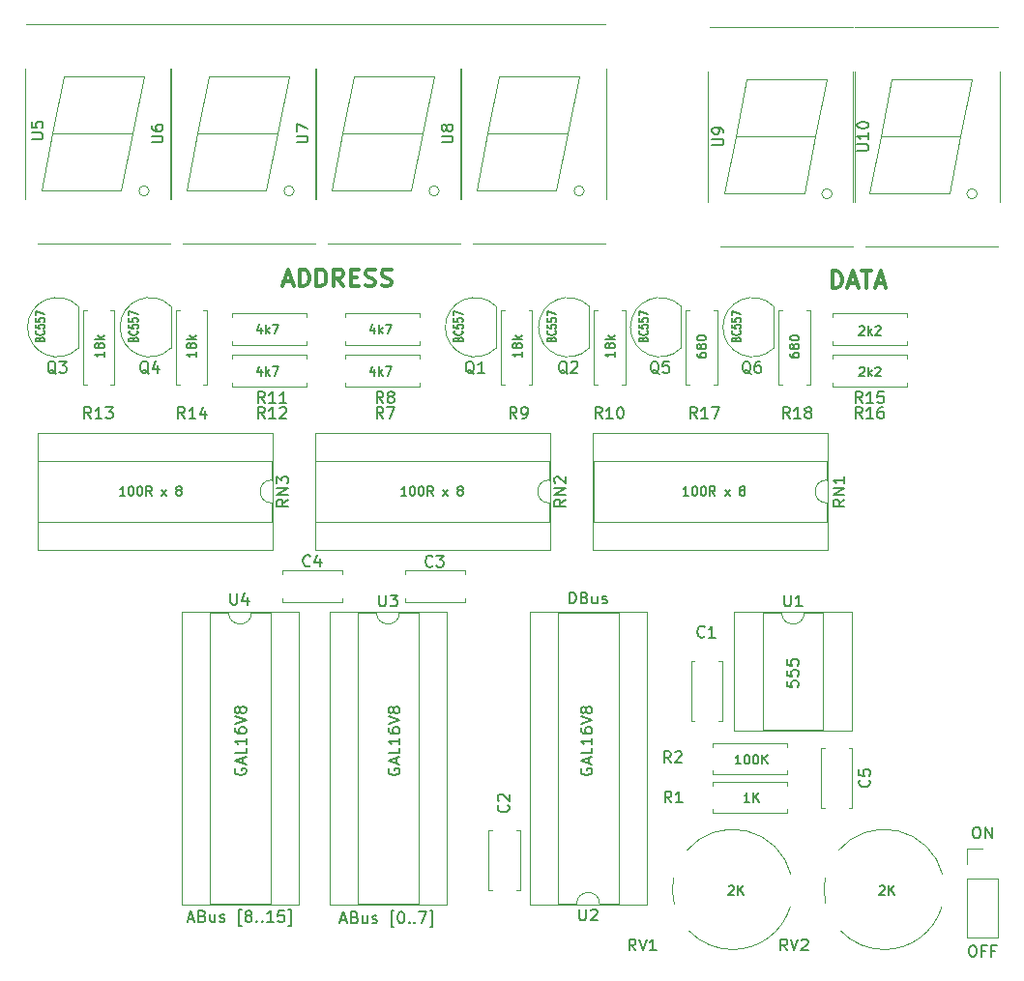
<source format=gto>
G04 #@! TF.GenerationSoftware,KiCad,Pcbnew,(5.1.9)-1*
G04 #@! TF.CreationDate,2023-06-01T16:11:40+01:00*
G04 #@! TF.ProjectId,AT65C02_HEX_rev003,41543635-4330-4325-9f48-45585f726576,Rev003*
G04 #@! TF.SameCoordinates,Original*
G04 #@! TF.FileFunction,Legend,Top*
G04 #@! TF.FilePolarity,Positive*
%FSLAX46Y46*%
G04 Gerber Fmt 4.6, Leading zero omitted, Abs format (unit mm)*
G04 Created by KiCad (PCBNEW (5.1.9)-1) date 2023-06-01 16:11:40*
%MOMM*%
%LPD*%
G01*
G04 APERTURE LIST*
%ADD10C,0.150000*%
%ADD11C,0.300000*%
%ADD12C,0.120000*%
%ADD13C,1.702000*%
%ADD14O,1.626000X2.626000*%
%ADD15O,1.602000X1.152000*%
%ADD16O,1.702000X1.702000*%
%ADD17C,2.442000*%
%ADD18O,1.802000X1.802000*%
%ADD19C,2.302000*%
G04 APERTURE END LIST*
D10*
X197857857Y-65414285D02*
X197895952Y-65328571D01*
X197934047Y-65300000D01*
X198010238Y-65271428D01*
X198124523Y-65271428D01*
X198200714Y-65300000D01*
X198238809Y-65328571D01*
X198276904Y-65385714D01*
X198276904Y-65614285D01*
X197476904Y-65614285D01*
X197476904Y-65414285D01*
X197515000Y-65357142D01*
X197553095Y-65328571D01*
X197629285Y-65300000D01*
X197705476Y-65300000D01*
X197781666Y-65328571D01*
X197819761Y-65357142D01*
X197857857Y-65414285D01*
X197857857Y-65614285D01*
X198200714Y-64671428D02*
X198238809Y-64700000D01*
X198276904Y-64785714D01*
X198276904Y-64842857D01*
X198238809Y-64928571D01*
X198162619Y-64985714D01*
X198086428Y-65014285D01*
X197934047Y-65042857D01*
X197819761Y-65042857D01*
X197667380Y-65014285D01*
X197591190Y-64985714D01*
X197515000Y-64928571D01*
X197476904Y-64842857D01*
X197476904Y-64785714D01*
X197515000Y-64700000D01*
X197553095Y-64671428D01*
X197476904Y-64128571D02*
X197476904Y-64414285D01*
X197857857Y-64442857D01*
X197819761Y-64414285D01*
X197781666Y-64357142D01*
X197781666Y-64214285D01*
X197819761Y-64157142D01*
X197857857Y-64128571D01*
X197934047Y-64100000D01*
X198124523Y-64100000D01*
X198200714Y-64128571D01*
X198238809Y-64157142D01*
X198276904Y-64214285D01*
X198276904Y-64357142D01*
X198238809Y-64414285D01*
X198200714Y-64442857D01*
X197476904Y-63557142D02*
X197476904Y-63842857D01*
X197857857Y-63871428D01*
X197819761Y-63842857D01*
X197781666Y-63785714D01*
X197781666Y-63642857D01*
X197819761Y-63585714D01*
X197857857Y-63557142D01*
X197934047Y-63528571D01*
X198124523Y-63528571D01*
X198200714Y-63557142D01*
X198238809Y-63585714D01*
X198276904Y-63642857D01*
X198276904Y-63785714D01*
X198238809Y-63842857D01*
X198200714Y-63871428D01*
X197476904Y-63328571D02*
X197476904Y-62928571D01*
X198276904Y-63185714D01*
X189732857Y-65414285D02*
X189770952Y-65328571D01*
X189809047Y-65300000D01*
X189885238Y-65271428D01*
X189999523Y-65271428D01*
X190075714Y-65300000D01*
X190113809Y-65328571D01*
X190151904Y-65385714D01*
X190151904Y-65614285D01*
X189351904Y-65614285D01*
X189351904Y-65414285D01*
X189390000Y-65357142D01*
X189428095Y-65328571D01*
X189504285Y-65300000D01*
X189580476Y-65300000D01*
X189656666Y-65328571D01*
X189694761Y-65357142D01*
X189732857Y-65414285D01*
X189732857Y-65614285D01*
X190075714Y-64671428D02*
X190113809Y-64700000D01*
X190151904Y-64785714D01*
X190151904Y-64842857D01*
X190113809Y-64928571D01*
X190037619Y-64985714D01*
X189961428Y-65014285D01*
X189809047Y-65042857D01*
X189694761Y-65042857D01*
X189542380Y-65014285D01*
X189466190Y-64985714D01*
X189390000Y-64928571D01*
X189351904Y-64842857D01*
X189351904Y-64785714D01*
X189390000Y-64700000D01*
X189428095Y-64671428D01*
X189351904Y-64128571D02*
X189351904Y-64414285D01*
X189732857Y-64442857D01*
X189694761Y-64414285D01*
X189656666Y-64357142D01*
X189656666Y-64214285D01*
X189694761Y-64157142D01*
X189732857Y-64128571D01*
X189809047Y-64100000D01*
X189999523Y-64100000D01*
X190075714Y-64128571D01*
X190113809Y-64157142D01*
X190151904Y-64214285D01*
X190151904Y-64357142D01*
X190113809Y-64414285D01*
X190075714Y-64442857D01*
X189351904Y-63557142D02*
X189351904Y-63842857D01*
X189732857Y-63871428D01*
X189694761Y-63842857D01*
X189656666Y-63785714D01*
X189656666Y-63642857D01*
X189694761Y-63585714D01*
X189732857Y-63557142D01*
X189809047Y-63528571D01*
X189999523Y-63528571D01*
X190075714Y-63557142D01*
X190113809Y-63585714D01*
X190151904Y-63642857D01*
X190151904Y-63785714D01*
X190113809Y-63842857D01*
X190075714Y-63871428D01*
X189351904Y-63328571D02*
X189351904Y-62928571D01*
X190151904Y-63185714D01*
X181707857Y-65414285D02*
X181745952Y-65328571D01*
X181784047Y-65300000D01*
X181860238Y-65271428D01*
X181974523Y-65271428D01*
X182050714Y-65300000D01*
X182088809Y-65328571D01*
X182126904Y-65385714D01*
X182126904Y-65614285D01*
X181326904Y-65614285D01*
X181326904Y-65414285D01*
X181365000Y-65357142D01*
X181403095Y-65328571D01*
X181479285Y-65300000D01*
X181555476Y-65300000D01*
X181631666Y-65328571D01*
X181669761Y-65357142D01*
X181707857Y-65414285D01*
X181707857Y-65614285D01*
X182050714Y-64671428D02*
X182088809Y-64700000D01*
X182126904Y-64785714D01*
X182126904Y-64842857D01*
X182088809Y-64928571D01*
X182012619Y-64985714D01*
X181936428Y-65014285D01*
X181784047Y-65042857D01*
X181669761Y-65042857D01*
X181517380Y-65014285D01*
X181441190Y-64985714D01*
X181365000Y-64928571D01*
X181326904Y-64842857D01*
X181326904Y-64785714D01*
X181365000Y-64700000D01*
X181403095Y-64671428D01*
X181326904Y-64128571D02*
X181326904Y-64414285D01*
X181707857Y-64442857D01*
X181669761Y-64414285D01*
X181631666Y-64357142D01*
X181631666Y-64214285D01*
X181669761Y-64157142D01*
X181707857Y-64128571D01*
X181784047Y-64100000D01*
X181974523Y-64100000D01*
X182050714Y-64128571D01*
X182088809Y-64157142D01*
X182126904Y-64214285D01*
X182126904Y-64357142D01*
X182088809Y-64414285D01*
X182050714Y-64442857D01*
X181326904Y-63557142D02*
X181326904Y-63842857D01*
X181707857Y-63871428D01*
X181669761Y-63842857D01*
X181631666Y-63785714D01*
X181631666Y-63642857D01*
X181669761Y-63585714D01*
X181707857Y-63557142D01*
X181784047Y-63528571D01*
X181974523Y-63528571D01*
X182050714Y-63557142D01*
X182088809Y-63585714D01*
X182126904Y-63642857D01*
X182126904Y-63785714D01*
X182088809Y-63842857D01*
X182050714Y-63871428D01*
X181326904Y-63328571D02*
X181326904Y-62928571D01*
X182126904Y-63185714D01*
X173532857Y-65414285D02*
X173570952Y-65328571D01*
X173609047Y-65300000D01*
X173685238Y-65271428D01*
X173799523Y-65271428D01*
X173875714Y-65300000D01*
X173913809Y-65328571D01*
X173951904Y-65385714D01*
X173951904Y-65614285D01*
X173151904Y-65614285D01*
X173151904Y-65414285D01*
X173190000Y-65357142D01*
X173228095Y-65328571D01*
X173304285Y-65300000D01*
X173380476Y-65300000D01*
X173456666Y-65328571D01*
X173494761Y-65357142D01*
X173532857Y-65414285D01*
X173532857Y-65614285D01*
X173875714Y-64671428D02*
X173913809Y-64700000D01*
X173951904Y-64785714D01*
X173951904Y-64842857D01*
X173913809Y-64928571D01*
X173837619Y-64985714D01*
X173761428Y-65014285D01*
X173609047Y-65042857D01*
X173494761Y-65042857D01*
X173342380Y-65014285D01*
X173266190Y-64985714D01*
X173190000Y-64928571D01*
X173151904Y-64842857D01*
X173151904Y-64785714D01*
X173190000Y-64700000D01*
X173228095Y-64671428D01*
X173151904Y-64128571D02*
X173151904Y-64414285D01*
X173532857Y-64442857D01*
X173494761Y-64414285D01*
X173456666Y-64357142D01*
X173456666Y-64214285D01*
X173494761Y-64157142D01*
X173532857Y-64128571D01*
X173609047Y-64100000D01*
X173799523Y-64100000D01*
X173875714Y-64128571D01*
X173913809Y-64157142D01*
X173951904Y-64214285D01*
X173951904Y-64357142D01*
X173913809Y-64414285D01*
X173875714Y-64442857D01*
X173151904Y-63557142D02*
X173151904Y-63842857D01*
X173532857Y-63871428D01*
X173494761Y-63842857D01*
X173456666Y-63785714D01*
X173456666Y-63642857D01*
X173494761Y-63585714D01*
X173532857Y-63557142D01*
X173609047Y-63528571D01*
X173799523Y-63528571D01*
X173875714Y-63557142D01*
X173913809Y-63585714D01*
X173951904Y-63642857D01*
X173951904Y-63785714D01*
X173913809Y-63842857D01*
X173875714Y-63871428D01*
X173151904Y-63328571D02*
X173151904Y-62928571D01*
X173951904Y-63185714D01*
X145082857Y-65414285D02*
X145120952Y-65328571D01*
X145159047Y-65300000D01*
X145235238Y-65271428D01*
X145349523Y-65271428D01*
X145425714Y-65300000D01*
X145463809Y-65328571D01*
X145501904Y-65385714D01*
X145501904Y-65614285D01*
X144701904Y-65614285D01*
X144701904Y-65414285D01*
X144740000Y-65357142D01*
X144778095Y-65328571D01*
X144854285Y-65300000D01*
X144930476Y-65300000D01*
X145006666Y-65328571D01*
X145044761Y-65357142D01*
X145082857Y-65414285D01*
X145082857Y-65614285D01*
X145425714Y-64671428D02*
X145463809Y-64700000D01*
X145501904Y-64785714D01*
X145501904Y-64842857D01*
X145463809Y-64928571D01*
X145387619Y-64985714D01*
X145311428Y-65014285D01*
X145159047Y-65042857D01*
X145044761Y-65042857D01*
X144892380Y-65014285D01*
X144816190Y-64985714D01*
X144740000Y-64928571D01*
X144701904Y-64842857D01*
X144701904Y-64785714D01*
X144740000Y-64700000D01*
X144778095Y-64671428D01*
X144701904Y-64128571D02*
X144701904Y-64414285D01*
X145082857Y-64442857D01*
X145044761Y-64414285D01*
X145006666Y-64357142D01*
X145006666Y-64214285D01*
X145044761Y-64157142D01*
X145082857Y-64128571D01*
X145159047Y-64100000D01*
X145349523Y-64100000D01*
X145425714Y-64128571D01*
X145463809Y-64157142D01*
X145501904Y-64214285D01*
X145501904Y-64357142D01*
X145463809Y-64414285D01*
X145425714Y-64442857D01*
X144701904Y-63557142D02*
X144701904Y-63842857D01*
X145082857Y-63871428D01*
X145044761Y-63842857D01*
X145006666Y-63785714D01*
X145006666Y-63642857D01*
X145044761Y-63585714D01*
X145082857Y-63557142D01*
X145159047Y-63528571D01*
X145349523Y-63528571D01*
X145425714Y-63557142D01*
X145463809Y-63585714D01*
X145501904Y-63642857D01*
X145501904Y-63785714D01*
X145463809Y-63842857D01*
X145425714Y-63871428D01*
X144701904Y-63328571D02*
X144701904Y-62928571D01*
X145501904Y-63185714D01*
X136907857Y-65414285D02*
X136945952Y-65328571D01*
X136984047Y-65300000D01*
X137060238Y-65271428D01*
X137174523Y-65271428D01*
X137250714Y-65300000D01*
X137288809Y-65328571D01*
X137326904Y-65385714D01*
X137326904Y-65614285D01*
X136526904Y-65614285D01*
X136526904Y-65414285D01*
X136565000Y-65357142D01*
X136603095Y-65328571D01*
X136679285Y-65300000D01*
X136755476Y-65300000D01*
X136831666Y-65328571D01*
X136869761Y-65357142D01*
X136907857Y-65414285D01*
X136907857Y-65614285D01*
X137250714Y-64671428D02*
X137288809Y-64700000D01*
X137326904Y-64785714D01*
X137326904Y-64842857D01*
X137288809Y-64928571D01*
X137212619Y-64985714D01*
X137136428Y-65014285D01*
X136984047Y-65042857D01*
X136869761Y-65042857D01*
X136717380Y-65014285D01*
X136641190Y-64985714D01*
X136565000Y-64928571D01*
X136526904Y-64842857D01*
X136526904Y-64785714D01*
X136565000Y-64700000D01*
X136603095Y-64671428D01*
X136526904Y-64128571D02*
X136526904Y-64414285D01*
X136907857Y-64442857D01*
X136869761Y-64414285D01*
X136831666Y-64357142D01*
X136831666Y-64214285D01*
X136869761Y-64157142D01*
X136907857Y-64128571D01*
X136984047Y-64100000D01*
X137174523Y-64100000D01*
X137250714Y-64128571D01*
X137288809Y-64157142D01*
X137326904Y-64214285D01*
X137326904Y-64357142D01*
X137288809Y-64414285D01*
X137250714Y-64442857D01*
X136526904Y-63557142D02*
X136526904Y-63842857D01*
X136907857Y-63871428D01*
X136869761Y-63842857D01*
X136831666Y-63785714D01*
X136831666Y-63642857D01*
X136869761Y-63585714D01*
X136907857Y-63557142D01*
X136984047Y-63528571D01*
X137174523Y-63528571D01*
X137250714Y-63557142D01*
X137288809Y-63585714D01*
X137326904Y-63642857D01*
X137326904Y-63785714D01*
X137288809Y-63842857D01*
X137250714Y-63871428D01*
X136526904Y-63328571D02*
X136526904Y-62928571D01*
X137326904Y-63185714D01*
X210436428Y-113338095D02*
X210474523Y-113300000D01*
X210550714Y-113261904D01*
X210741190Y-113261904D01*
X210817380Y-113300000D01*
X210855476Y-113338095D01*
X210893571Y-113414285D01*
X210893571Y-113490476D01*
X210855476Y-113604761D01*
X210398333Y-114061904D01*
X210893571Y-114061904D01*
X211236428Y-114061904D02*
X211236428Y-113261904D01*
X211693571Y-114061904D02*
X211350714Y-113604761D01*
X211693571Y-113261904D02*
X211236428Y-113719047D01*
X197236428Y-113338095D02*
X197274523Y-113300000D01*
X197350714Y-113261904D01*
X197541190Y-113261904D01*
X197617380Y-113300000D01*
X197655476Y-113338095D01*
X197693571Y-113414285D01*
X197693571Y-113490476D01*
X197655476Y-113604761D01*
X197198333Y-114061904D01*
X197693571Y-114061904D01*
X198036428Y-114061904D02*
X198036428Y-113261904D01*
X198493571Y-114061904D02*
X198150714Y-113604761D01*
X198493571Y-113261904D02*
X198036428Y-113719047D01*
X193692380Y-79111904D02*
X193235238Y-79111904D01*
X193463809Y-79111904D02*
X193463809Y-78311904D01*
X193387619Y-78426190D01*
X193311428Y-78502380D01*
X193235238Y-78540476D01*
X194187619Y-78311904D02*
X194263809Y-78311904D01*
X194340000Y-78350000D01*
X194378095Y-78388095D01*
X194416190Y-78464285D01*
X194454285Y-78616666D01*
X194454285Y-78807142D01*
X194416190Y-78959523D01*
X194378095Y-79035714D01*
X194340000Y-79073809D01*
X194263809Y-79111904D01*
X194187619Y-79111904D01*
X194111428Y-79073809D01*
X194073333Y-79035714D01*
X194035238Y-78959523D01*
X193997142Y-78807142D01*
X193997142Y-78616666D01*
X194035238Y-78464285D01*
X194073333Y-78388095D01*
X194111428Y-78350000D01*
X194187619Y-78311904D01*
X194949523Y-78311904D02*
X195025714Y-78311904D01*
X195101904Y-78350000D01*
X195140000Y-78388095D01*
X195178095Y-78464285D01*
X195216190Y-78616666D01*
X195216190Y-78807142D01*
X195178095Y-78959523D01*
X195140000Y-79035714D01*
X195101904Y-79073809D01*
X195025714Y-79111904D01*
X194949523Y-79111904D01*
X194873333Y-79073809D01*
X194835238Y-79035714D01*
X194797142Y-78959523D01*
X194759047Y-78807142D01*
X194759047Y-78616666D01*
X194797142Y-78464285D01*
X194835238Y-78388095D01*
X194873333Y-78350000D01*
X194949523Y-78311904D01*
X196016190Y-79111904D02*
X195749523Y-78730952D01*
X195559047Y-79111904D02*
X195559047Y-78311904D01*
X195863809Y-78311904D01*
X195940000Y-78350000D01*
X195978095Y-78388095D01*
X196016190Y-78464285D01*
X196016190Y-78578571D01*
X195978095Y-78654761D01*
X195940000Y-78692857D01*
X195863809Y-78730952D01*
X195559047Y-78730952D01*
X196892380Y-79111904D02*
X197311428Y-78578571D01*
X196892380Y-78578571D02*
X197311428Y-79111904D01*
X198340000Y-78654761D02*
X198263809Y-78616666D01*
X198225714Y-78578571D01*
X198187619Y-78502380D01*
X198187619Y-78464285D01*
X198225714Y-78388095D01*
X198263809Y-78350000D01*
X198340000Y-78311904D01*
X198492380Y-78311904D01*
X198568571Y-78350000D01*
X198606666Y-78388095D01*
X198644761Y-78464285D01*
X198644761Y-78502380D01*
X198606666Y-78578571D01*
X198568571Y-78616666D01*
X198492380Y-78654761D01*
X198340000Y-78654761D01*
X198263809Y-78692857D01*
X198225714Y-78730952D01*
X198187619Y-78807142D01*
X198187619Y-78959523D01*
X198225714Y-79035714D01*
X198263809Y-79073809D01*
X198340000Y-79111904D01*
X198492380Y-79111904D01*
X198568571Y-79073809D01*
X198606666Y-79035714D01*
X198644761Y-78959523D01*
X198644761Y-78807142D01*
X198606666Y-78730952D01*
X198568571Y-78692857D01*
X198492380Y-78654761D01*
X168992380Y-79111904D02*
X168535238Y-79111904D01*
X168763809Y-79111904D02*
X168763809Y-78311904D01*
X168687619Y-78426190D01*
X168611428Y-78502380D01*
X168535238Y-78540476D01*
X169487619Y-78311904D02*
X169563809Y-78311904D01*
X169640000Y-78350000D01*
X169678095Y-78388095D01*
X169716190Y-78464285D01*
X169754285Y-78616666D01*
X169754285Y-78807142D01*
X169716190Y-78959523D01*
X169678095Y-79035714D01*
X169640000Y-79073809D01*
X169563809Y-79111904D01*
X169487619Y-79111904D01*
X169411428Y-79073809D01*
X169373333Y-79035714D01*
X169335238Y-78959523D01*
X169297142Y-78807142D01*
X169297142Y-78616666D01*
X169335238Y-78464285D01*
X169373333Y-78388095D01*
X169411428Y-78350000D01*
X169487619Y-78311904D01*
X170249523Y-78311904D02*
X170325714Y-78311904D01*
X170401904Y-78350000D01*
X170440000Y-78388095D01*
X170478095Y-78464285D01*
X170516190Y-78616666D01*
X170516190Y-78807142D01*
X170478095Y-78959523D01*
X170440000Y-79035714D01*
X170401904Y-79073809D01*
X170325714Y-79111904D01*
X170249523Y-79111904D01*
X170173333Y-79073809D01*
X170135238Y-79035714D01*
X170097142Y-78959523D01*
X170059047Y-78807142D01*
X170059047Y-78616666D01*
X170097142Y-78464285D01*
X170135238Y-78388095D01*
X170173333Y-78350000D01*
X170249523Y-78311904D01*
X171316190Y-79111904D02*
X171049523Y-78730952D01*
X170859047Y-79111904D02*
X170859047Y-78311904D01*
X171163809Y-78311904D01*
X171240000Y-78350000D01*
X171278095Y-78388095D01*
X171316190Y-78464285D01*
X171316190Y-78578571D01*
X171278095Y-78654761D01*
X171240000Y-78692857D01*
X171163809Y-78730952D01*
X170859047Y-78730952D01*
X172192380Y-79111904D02*
X172611428Y-78578571D01*
X172192380Y-78578571D02*
X172611428Y-79111904D01*
X173640000Y-78654761D02*
X173563809Y-78616666D01*
X173525714Y-78578571D01*
X173487619Y-78502380D01*
X173487619Y-78464285D01*
X173525714Y-78388095D01*
X173563809Y-78350000D01*
X173640000Y-78311904D01*
X173792380Y-78311904D01*
X173868571Y-78350000D01*
X173906666Y-78388095D01*
X173944761Y-78464285D01*
X173944761Y-78502380D01*
X173906666Y-78578571D01*
X173868571Y-78616666D01*
X173792380Y-78654761D01*
X173640000Y-78654761D01*
X173563809Y-78692857D01*
X173525714Y-78730952D01*
X173487619Y-78807142D01*
X173487619Y-78959523D01*
X173525714Y-79035714D01*
X173563809Y-79073809D01*
X173640000Y-79111904D01*
X173792380Y-79111904D01*
X173868571Y-79073809D01*
X173906666Y-79035714D01*
X173944761Y-78959523D01*
X173944761Y-78807142D01*
X173906666Y-78730952D01*
X173868571Y-78692857D01*
X173792380Y-78654761D01*
X144367380Y-79111904D02*
X143910238Y-79111904D01*
X144138809Y-79111904D02*
X144138809Y-78311904D01*
X144062619Y-78426190D01*
X143986428Y-78502380D01*
X143910238Y-78540476D01*
X144862619Y-78311904D02*
X144938809Y-78311904D01*
X145015000Y-78350000D01*
X145053095Y-78388095D01*
X145091190Y-78464285D01*
X145129285Y-78616666D01*
X145129285Y-78807142D01*
X145091190Y-78959523D01*
X145053095Y-79035714D01*
X145015000Y-79073809D01*
X144938809Y-79111904D01*
X144862619Y-79111904D01*
X144786428Y-79073809D01*
X144748333Y-79035714D01*
X144710238Y-78959523D01*
X144672142Y-78807142D01*
X144672142Y-78616666D01*
X144710238Y-78464285D01*
X144748333Y-78388095D01*
X144786428Y-78350000D01*
X144862619Y-78311904D01*
X145624523Y-78311904D02*
X145700714Y-78311904D01*
X145776904Y-78350000D01*
X145815000Y-78388095D01*
X145853095Y-78464285D01*
X145891190Y-78616666D01*
X145891190Y-78807142D01*
X145853095Y-78959523D01*
X145815000Y-79035714D01*
X145776904Y-79073809D01*
X145700714Y-79111904D01*
X145624523Y-79111904D01*
X145548333Y-79073809D01*
X145510238Y-79035714D01*
X145472142Y-78959523D01*
X145434047Y-78807142D01*
X145434047Y-78616666D01*
X145472142Y-78464285D01*
X145510238Y-78388095D01*
X145548333Y-78350000D01*
X145624523Y-78311904D01*
X146691190Y-79111904D02*
X146424523Y-78730952D01*
X146234047Y-79111904D02*
X146234047Y-78311904D01*
X146538809Y-78311904D01*
X146615000Y-78350000D01*
X146653095Y-78388095D01*
X146691190Y-78464285D01*
X146691190Y-78578571D01*
X146653095Y-78654761D01*
X146615000Y-78692857D01*
X146538809Y-78730952D01*
X146234047Y-78730952D01*
X147567380Y-79111904D02*
X147986428Y-78578571D01*
X147567380Y-78578571D02*
X147986428Y-79111904D01*
X149015000Y-78654761D02*
X148938809Y-78616666D01*
X148900714Y-78578571D01*
X148862619Y-78502380D01*
X148862619Y-78464285D01*
X148900714Y-78388095D01*
X148938809Y-78350000D01*
X149015000Y-78311904D01*
X149167380Y-78311904D01*
X149243571Y-78350000D01*
X149281666Y-78388095D01*
X149319761Y-78464285D01*
X149319761Y-78502380D01*
X149281666Y-78578571D01*
X149243571Y-78616666D01*
X149167380Y-78654761D01*
X149015000Y-78654761D01*
X148938809Y-78692857D01*
X148900714Y-78730952D01*
X148862619Y-78807142D01*
X148862619Y-78959523D01*
X148900714Y-79035714D01*
X148938809Y-79073809D01*
X149015000Y-79111904D01*
X149167380Y-79111904D01*
X149243571Y-79073809D01*
X149281666Y-79035714D01*
X149319761Y-78959523D01*
X149319761Y-78807142D01*
X149281666Y-78730952D01*
X149243571Y-78692857D01*
X149167380Y-78654761D01*
X208656666Y-67913095D02*
X208694761Y-67875000D01*
X208770952Y-67836904D01*
X208961428Y-67836904D01*
X209037619Y-67875000D01*
X209075714Y-67913095D01*
X209113809Y-67989285D01*
X209113809Y-68065476D01*
X209075714Y-68179761D01*
X208618571Y-68636904D01*
X209113809Y-68636904D01*
X209456666Y-68636904D02*
X209456666Y-67836904D01*
X209532857Y-68332142D02*
X209761428Y-68636904D01*
X209761428Y-68103571D02*
X209456666Y-68408333D01*
X210066190Y-67913095D02*
X210104285Y-67875000D01*
X210180476Y-67836904D01*
X210370952Y-67836904D01*
X210447142Y-67875000D01*
X210485238Y-67913095D01*
X210523333Y-67989285D01*
X210523333Y-68065476D01*
X210485238Y-68179761D01*
X210028095Y-68636904D01*
X210523333Y-68636904D01*
X208656666Y-64313095D02*
X208694761Y-64275000D01*
X208770952Y-64236904D01*
X208961428Y-64236904D01*
X209037619Y-64275000D01*
X209075714Y-64313095D01*
X209113809Y-64389285D01*
X209113809Y-64465476D01*
X209075714Y-64579761D01*
X208618571Y-65036904D01*
X209113809Y-65036904D01*
X209456666Y-65036904D02*
X209456666Y-64236904D01*
X209532857Y-64732142D02*
X209761428Y-65036904D01*
X209761428Y-64503571D02*
X209456666Y-64808333D01*
X210066190Y-64313095D02*
X210104285Y-64275000D01*
X210180476Y-64236904D01*
X210370952Y-64236904D01*
X210447142Y-64275000D01*
X210485238Y-64313095D01*
X210523333Y-64389285D01*
X210523333Y-64465476D01*
X210485238Y-64579761D01*
X210028095Y-65036904D01*
X210523333Y-65036904D01*
X166187619Y-68053571D02*
X166187619Y-68586904D01*
X165997142Y-67748809D02*
X165806666Y-68320238D01*
X166301904Y-68320238D01*
X166606666Y-68586904D02*
X166606666Y-67786904D01*
X166682857Y-68282142D02*
X166911428Y-68586904D01*
X166911428Y-68053571D02*
X166606666Y-68358333D01*
X167178095Y-67786904D02*
X167711428Y-67786904D01*
X167368571Y-68586904D01*
X166187619Y-64378571D02*
X166187619Y-64911904D01*
X165997142Y-64073809D02*
X165806666Y-64645238D01*
X166301904Y-64645238D01*
X166606666Y-64911904D02*
X166606666Y-64111904D01*
X166682857Y-64607142D02*
X166911428Y-64911904D01*
X166911428Y-64378571D02*
X166606666Y-64683333D01*
X167178095Y-64111904D02*
X167711428Y-64111904D01*
X167368571Y-64911904D01*
X156312619Y-68053571D02*
X156312619Y-68586904D01*
X156122142Y-67748809D02*
X155931666Y-68320238D01*
X156426904Y-68320238D01*
X156731666Y-68586904D02*
X156731666Y-67786904D01*
X156807857Y-68282142D02*
X157036428Y-68586904D01*
X157036428Y-68053571D02*
X156731666Y-68358333D01*
X157303095Y-67786904D02*
X157836428Y-67786904D01*
X157493571Y-68586904D01*
X156312619Y-64378571D02*
X156312619Y-64911904D01*
X156122142Y-64073809D02*
X155931666Y-64645238D01*
X156426904Y-64645238D01*
X156731666Y-64911904D02*
X156731666Y-64111904D01*
X156807857Y-64607142D02*
X157036428Y-64911904D01*
X157036428Y-64378571D02*
X156731666Y-64683333D01*
X157303095Y-64111904D02*
X157836428Y-64111904D01*
X157493571Y-64911904D01*
X202576904Y-66634523D02*
X202576904Y-66786904D01*
X202615000Y-66863095D01*
X202653095Y-66901190D01*
X202767380Y-66977380D01*
X202919761Y-67015476D01*
X203224523Y-67015476D01*
X203300714Y-66977380D01*
X203338809Y-66939285D01*
X203376904Y-66863095D01*
X203376904Y-66710714D01*
X203338809Y-66634523D01*
X203300714Y-66596428D01*
X203224523Y-66558333D01*
X203034047Y-66558333D01*
X202957857Y-66596428D01*
X202919761Y-66634523D01*
X202881666Y-66710714D01*
X202881666Y-66863095D01*
X202919761Y-66939285D01*
X202957857Y-66977380D01*
X203034047Y-67015476D01*
X202919761Y-66101190D02*
X202881666Y-66177380D01*
X202843571Y-66215476D01*
X202767380Y-66253571D01*
X202729285Y-66253571D01*
X202653095Y-66215476D01*
X202615000Y-66177380D01*
X202576904Y-66101190D01*
X202576904Y-65948809D01*
X202615000Y-65872619D01*
X202653095Y-65834523D01*
X202729285Y-65796428D01*
X202767380Y-65796428D01*
X202843571Y-65834523D01*
X202881666Y-65872619D01*
X202919761Y-65948809D01*
X202919761Y-66101190D01*
X202957857Y-66177380D01*
X202995952Y-66215476D01*
X203072142Y-66253571D01*
X203224523Y-66253571D01*
X203300714Y-66215476D01*
X203338809Y-66177380D01*
X203376904Y-66101190D01*
X203376904Y-65948809D01*
X203338809Y-65872619D01*
X203300714Y-65834523D01*
X203224523Y-65796428D01*
X203072142Y-65796428D01*
X202995952Y-65834523D01*
X202957857Y-65872619D01*
X202919761Y-65948809D01*
X202576904Y-65301190D02*
X202576904Y-65225000D01*
X202615000Y-65148809D01*
X202653095Y-65110714D01*
X202729285Y-65072619D01*
X202881666Y-65034523D01*
X203072142Y-65034523D01*
X203224523Y-65072619D01*
X203300714Y-65110714D01*
X203338809Y-65148809D01*
X203376904Y-65225000D01*
X203376904Y-65301190D01*
X203338809Y-65377380D01*
X203300714Y-65415476D01*
X203224523Y-65453571D01*
X203072142Y-65491666D01*
X202881666Y-65491666D01*
X202729285Y-65453571D01*
X202653095Y-65415476D01*
X202615000Y-65377380D01*
X202576904Y-65301190D01*
X194426904Y-66634523D02*
X194426904Y-66786904D01*
X194465000Y-66863095D01*
X194503095Y-66901190D01*
X194617380Y-66977380D01*
X194769761Y-67015476D01*
X195074523Y-67015476D01*
X195150714Y-66977380D01*
X195188809Y-66939285D01*
X195226904Y-66863095D01*
X195226904Y-66710714D01*
X195188809Y-66634523D01*
X195150714Y-66596428D01*
X195074523Y-66558333D01*
X194884047Y-66558333D01*
X194807857Y-66596428D01*
X194769761Y-66634523D01*
X194731666Y-66710714D01*
X194731666Y-66863095D01*
X194769761Y-66939285D01*
X194807857Y-66977380D01*
X194884047Y-67015476D01*
X194769761Y-66101190D02*
X194731666Y-66177380D01*
X194693571Y-66215476D01*
X194617380Y-66253571D01*
X194579285Y-66253571D01*
X194503095Y-66215476D01*
X194465000Y-66177380D01*
X194426904Y-66101190D01*
X194426904Y-65948809D01*
X194465000Y-65872619D01*
X194503095Y-65834523D01*
X194579285Y-65796428D01*
X194617380Y-65796428D01*
X194693571Y-65834523D01*
X194731666Y-65872619D01*
X194769761Y-65948809D01*
X194769761Y-66101190D01*
X194807857Y-66177380D01*
X194845952Y-66215476D01*
X194922142Y-66253571D01*
X195074523Y-66253571D01*
X195150714Y-66215476D01*
X195188809Y-66177380D01*
X195226904Y-66101190D01*
X195226904Y-65948809D01*
X195188809Y-65872619D01*
X195150714Y-65834523D01*
X195074523Y-65796428D01*
X194922142Y-65796428D01*
X194845952Y-65834523D01*
X194807857Y-65872619D01*
X194769761Y-65948809D01*
X194426904Y-65301190D02*
X194426904Y-65225000D01*
X194465000Y-65148809D01*
X194503095Y-65110714D01*
X194579285Y-65072619D01*
X194731666Y-65034523D01*
X194922142Y-65034523D01*
X195074523Y-65072619D01*
X195150714Y-65110714D01*
X195188809Y-65148809D01*
X195226904Y-65225000D01*
X195226904Y-65301190D01*
X195188809Y-65377380D01*
X195150714Y-65415476D01*
X195074523Y-65453571D01*
X194922142Y-65491666D01*
X194731666Y-65491666D01*
X194579285Y-65453571D01*
X194503095Y-65415476D01*
X194465000Y-65377380D01*
X194426904Y-65301190D01*
X187226904Y-66501190D02*
X187226904Y-66958333D01*
X187226904Y-66729761D02*
X186426904Y-66729761D01*
X186541190Y-66805952D01*
X186617380Y-66882142D01*
X186655476Y-66958333D01*
X186769761Y-66044047D02*
X186731666Y-66120238D01*
X186693571Y-66158333D01*
X186617380Y-66196428D01*
X186579285Y-66196428D01*
X186503095Y-66158333D01*
X186465000Y-66120238D01*
X186426904Y-66044047D01*
X186426904Y-65891666D01*
X186465000Y-65815476D01*
X186503095Y-65777380D01*
X186579285Y-65739285D01*
X186617380Y-65739285D01*
X186693571Y-65777380D01*
X186731666Y-65815476D01*
X186769761Y-65891666D01*
X186769761Y-66044047D01*
X186807857Y-66120238D01*
X186845952Y-66158333D01*
X186922142Y-66196428D01*
X187074523Y-66196428D01*
X187150714Y-66158333D01*
X187188809Y-66120238D01*
X187226904Y-66044047D01*
X187226904Y-65891666D01*
X187188809Y-65815476D01*
X187150714Y-65777380D01*
X187074523Y-65739285D01*
X186922142Y-65739285D01*
X186845952Y-65777380D01*
X186807857Y-65815476D01*
X186769761Y-65891666D01*
X187226904Y-65396428D02*
X186426904Y-65396428D01*
X186922142Y-65320238D02*
X187226904Y-65091666D01*
X186693571Y-65091666D02*
X186998333Y-65396428D01*
X179101904Y-66501190D02*
X179101904Y-66958333D01*
X179101904Y-66729761D02*
X178301904Y-66729761D01*
X178416190Y-66805952D01*
X178492380Y-66882142D01*
X178530476Y-66958333D01*
X178644761Y-66044047D02*
X178606666Y-66120238D01*
X178568571Y-66158333D01*
X178492380Y-66196428D01*
X178454285Y-66196428D01*
X178378095Y-66158333D01*
X178340000Y-66120238D01*
X178301904Y-66044047D01*
X178301904Y-65891666D01*
X178340000Y-65815476D01*
X178378095Y-65777380D01*
X178454285Y-65739285D01*
X178492380Y-65739285D01*
X178568571Y-65777380D01*
X178606666Y-65815476D01*
X178644761Y-65891666D01*
X178644761Y-66044047D01*
X178682857Y-66120238D01*
X178720952Y-66158333D01*
X178797142Y-66196428D01*
X178949523Y-66196428D01*
X179025714Y-66158333D01*
X179063809Y-66120238D01*
X179101904Y-66044047D01*
X179101904Y-65891666D01*
X179063809Y-65815476D01*
X179025714Y-65777380D01*
X178949523Y-65739285D01*
X178797142Y-65739285D01*
X178720952Y-65777380D01*
X178682857Y-65815476D01*
X178644761Y-65891666D01*
X179101904Y-65396428D02*
X178301904Y-65396428D01*
X178797142Y-65320238D02*
X179101904Y-65091666D01*
X178568571Y-65091666D02*
X178873333Y-65396428D01*
X150576904Y-66501190D02*
X150576904Y-66958333D01*
X150576904Y-66729761D02*
X149776904Y-66729761D01*
X149891190Y-66805952D01*
X149967380Y-66882142D01*
X150005476Y-66958333D01*
X150119761Y-66044047D02*
X150081666Y-66120238D01*
X150043571Y-66158333D01*
X149967380Y-66196428D01*
X149929285Y-66196428D01*
X149853095Y-66158333D01*
X149815000Y-66120238D01*
X149776904Y-66044047D01*
X149776904Y-65891666D01*
X149815000Y-65815476D01*
X149853095Y-65777380D01*
X149929285Y-65739285D01*
X149967380Y-65739285D01*
X150043571Y-65777380D01*
X150081666Y-65815476D01*
X150119761Y-65891666D01*
X150119761Y-66044047D01*
X150157857Y-66120238D01*
X150195952Y-66158333D01*
X150272142Y-66196428D01*
X150424523Y-66196428D01*
X150500714Y-66158333D01*
X150538809Y-66120238D01*
X150576904Y-66044047D01*
X150576904Y-65891666D01*
X150538809Y-65815476D01*
X150500714Y-65777380D01*
X150424523Y-65739285D01*
X150272142Y-65739285D01*
X150195952Y-65777380D01*
X150157857Y-65815476D01*
X150119761Y-65891666D01*
X150576904Y-65396428D02*
X149776904Y-65396428D01*
X150272142Y-65320238D02*
X150576904Y-65091666D01*
X150043571Y-65091666D02*
X150348333Y-65396428D01*
X142526904Y-66501190D02*
X142526904Y-66958333D01*
X142526904Y-66729761D02*
X141726904Y-66729761D01*
X141841190Y-66805952D01*
X141917380Y-66882142D01*
X141955476Y-66958333D01*
X142069761Y-66044047D02*
X142031666Y-66120238D01*
X141993571Y-66158333D01*
X141917380Y-66196428D01*
X141879285Y-66196428D01*
X141803095Y-66158333D01*
X141765000Y-66120238D01*
X141726904Y-66044047D01*
X141726904Y-65891666D01*
X141765000Y-65815476D01*
X141803095Y-65777380D01*
X141879285Y-65739285D01*
X141917380Y-65739285D01*
X141993571Y-65777380D01*
X142031666Y-65815476D01*
X142069761Y-65891666D01*
X142069761Y-66044047D01*
X142107857Y-66120238D01*
X142145952Y-66158333D01*
X142222142Y-66196428D01*
X142374523Y-66196428D01*
X142450714Y-66158333D01*
X142488809Y-66120238D01*
X142526904Y-66044047D01*
X142526904Y-65891666D01*
X142488809Y-65815476D01*
X142450714Y-65777380D01*
X142374523Y-65739285D01*
X142222142Y-65739285D01*
X142145952Y-65777380D01*
X142107857Y-65815476D01*
X142069761Y-65891666D01*
X142526904Y-65396428D02*
X141726904Y-65396428D01*
X142222142Y-65320238D02*
X142526904Y-65091666D01*
X141993571Y-65091666D02*
X142298333Y-65396428D01*
X199043571Y-105936904D02*
X198586428Y-105936904D01*
X198815000Y-105936904D02*
X198815000Y-105136904D01*
X198738809Y-105251190D01*
X198662619Y-105327380D01*
X198586428Y-105365476D01*
X199386428Y-105936904D02*
X199386428Y-105136904D01*
X199843571Y-105936904D02*
X199500714Y-105479761D01*
X199843571Y-105136904D02*
X199386428Y-105594047D01*
X198281666Y-102611904D02*
X197824523Y-102611904D01*
X198053095Y-102611904D02*
X198053095Y-101811904D01*
X197976904Y-101926190D01*
X197900714Y-102002380D01*
X197824523Y-102040476D01*
X198776904Y-101811904D02*
X198853095Y-101811904D01*
X198929285Y-101850000D01*
X198967380Y-101888095D01*
X199005476Y-101964285D01*
X199043571Y-102116666D01*
X199043571Y-102307142D01*
X199005476Y-102459523D01*
X198967380Y-102535714D01*
X198929285Y-102573809D01*
X198853095Y-102611904D01*
X198776904Y-102611904D01*
X198700714Y-102573809D01*
X198662619Y-102535714D01*
X198624523Y-102459523D01*
X198586428Y-102307142D01*
X198586428Y-102116666D01*
X198624523Y-101964285D01*
X198662619Y-101888095D01*
X198700714Y-101850000D01*
X198776904Y-101811904D01*
X199538809Y-101811904D02*
X199615000Y-101811904D01*
X199691190Y-101850000D01*
X199729285Y-101888095D01*
X199767380Y-101964285D01*
X199805476Y-102116666D01*
X199805476Y-102307142D01*
X199767380Y-102459523D01*
X199729285Y-102535714D01*
X199691190Y-102573809D01*
X199615000Y-102611904D01*
X199538809Y-102611904D01*
X199462619Y-102573809D01*
X199424523Y-102535714D01*
X199386428Y-102459523D01*
X199348333Y-102307142D01*
X199348333Y-102116666D01*
X199386428Y-101964285D01*
X199424523Y-101888095D01*
X199462619Y-101850000D01*
X199538809Y-101811904D01*
X200148333Y-102611904D02*
X200148333Y-101811904D01*
X200605476Y-102611904D02*
X200262619Y-102154761D01*
X200605476Y-101811904D02*
X200148333Y-102269047D01*
X202317380Y-95364285D02*
X202317380Y-95840476D01*
X202793571Y-95888095D01*
X202745952Y-95840476D01*
X202698333Y-95745238D01*
X202698333Y-95507142D01*
X202745952Y-95411904D01*
X202793571Y-95364285D01*
X202888809Y-95316666D01*
X203126904Y-95316666D01*
X203222142Y-95364285D01*
X203269761Y-95411904D01*
X203317380Y-95507142D01*
X203317380Y-95745238D01*
X203269761Y-95840476D01*
X203222142Y-95888095D01*
X202317380Y-94411904D02*
X202317380Y-94888095D01*
X202793571Y-94935714D01*
X202745952Y-94888095D01*
X202698333Y-94792857D01*
X202698333Y-94554761D01*
X202745952Y-94459523D01*
X202793571Y-94411904D01*
X202888809Y-94364285D01*
X203126904Y-94364285D01*
X203222142Y-94411904D01*
X203269761Y-94459523D01*
X203317380Y-94554761D01*
X203317380Y-94792857D01*
X203269761Y-94888095D01*
X203222142Y-94935714D01*
X202317380Y-93459523D02*
X202317380Y-93935714D01*
X202793571Y-93983333D01*
X202745952Y-93935714D01*
X202698333Y-93840476D01*
X202698333Y-93602380D01*
X202745952Y-93507142D01*
X202793571Y-93459523D01*
X202888809Y-93411904D01*
X203126904Y-93411904D01*
X203222142Y-93459523D01*
X203269761Y-93507142D01*
X203317380Y-93602380D01*
X203317380Y-93840476D01*
X203269761Y-93935714D01*
X203222142Y-93983333D01*
X218820952Y-108127380D02*
X219011428Y-108127380D01*
X219106666Y-108175000D01*
X219201904Y-108270238D01*
X219249523Y-108460714D01*
X219249523Y-108794047D01*
X219201904Y-108984523D01*
X219106666Y-109079761D01*
X219011428Y-109127380D01*
X218820952Y-109127380D01*
X218725714Y-109079761D01*
X218630476Y-108984523D01*
X218582857Y-108794047D01*
X218582857Y-108460714D01*
X218630476Y-108270238D01*
X218725714Y-108175000D01*
X218820952Y-108127380D01*
X219678095Y-109127380D02*
X219678095Y-108127380D01*
X220249523Y-109127380D01*
X220249523Y-108127380D01*
X218487619Y-118502380D02*
X218678095Y-118502380D01*
X218773333Y-118550000D01*
X218868571Y-118645238D01*
X218916190Y-118835714D01*
X218916190Y-119169047D01*
X218868571Y-119359523D01*
X218773333Y-119454761D01*
X218678095Y-119502380D01*
X218487619Y-119502380D01*
X218392380Y-119454761D01*
X218297142Y-119359523D01*
X218249523Y-119169047D01*
X218249523Y-118835714D01*
X218297142Y-118645238D01*
X218392380Y-118550000D01*
X218487619Y-118502380D01*
X219678095Y-118978571D02*
X219344761Y-118978571D01*
X219344761Y-119502380D02*
X219344761Y-118502380D01*
X219820952Y-118502380D01*
X220535238Y-118978571D02*
X220201904Y-118978571D01*
X220201904Y-119502380D02*
X220201904Y-118502380D01*
X220678095Y-118502380D01*
X163243571Y-116266666D02*
X163719761Y-116266666D01*
X163148333Y-116552380D02*
X163481666Y-115552380D01*
X163815000Y-116552380D01*
X164481666Y-116028571D02*
X164624523Y-116076190D01*
X164672142Y-116123809D01*
X164719761Y-116219047D01*
X164719761Y-116361904D01*
X164672142Y-116457142D01*
X164624523Y-116504761D01*
X164529285Y-116552380D01*
X164148333Y-116552380D01*
X164148333Y-115552380D01*
X164481666Y-115552380D01*
X164576904Y-115600000D01*
X164624523Y-115647619D01*
X164672142Y-115742857D01*
X164672142Y-115838095D01*
X164624523Y-115933333D01*
X164576904Y-115980952D01*
X164481666Y-116028571D01*
X164148333Y-116028571D01*
X165576904Y-115885714D02*
X165576904Y-116552380D01*
X165148333Y-115885714D02*
X165148333Y-116409523D01*
X165195952Y-116504761D01*
X165291190Y-116552380D01*
X165434047Y-116552380D01*
X165529285Y-116504761D01*
X165576904Y-116457142D01*
X166005476Y-116504761D02*
X166100714Y-116552380D01*
X166291190Y-116552380D01*
X166386428Y-116504761D01*
X166434047Y-116409523D01*
X166434047Y-116361904D01*
X166386428Y-116266666D01*
X166291190Y-116219047D01*
X166148333Y-116219047D01*
X166053095Y-116171428D01*
X166005476Y-116076190D01*
X166005476Y-116028571D01*
X166053095Y-115933333D01*
X166148333Y-115885714D01*
X166291190Y-115885714D01*
X166386428Y-115933333D01*
X167910238Y-116885714D02*
X167672142Y-116885714D01*
X167672142Y-115457142D01*
X167910238Y-115457142D01*
X168481666Y-115552380D02*
X168576904Y-115552380D01*
X168672142Y-115600000D01*
X168719761Y-115647619D01*
X168767380Y-115742857D01*
X168815000Y-115933333D01*
X168815000Y-116171428D01*
X168767380Y-116361904D01*
X168719761Y-116457142D01*
X168672142Y-116504761D01*
X168576904Y-116552380D01*
X168481666Y-116552380D01*
X168386428Y-116504761D01*
X168338809Y-116457142D01*
X168291190Y-116361904D01*
X168243571Y-116171428D01*
X168243571Y-115933333D01*
X168291190Y-115742857D01*
X168338809Y-115647619D01*
X168386428Y-115600000D01*
X168481666Y-115552380D01*
X169243571Y-116457142D02*
X169291190Y-116504761D01*
X169243571Y-116552380D01*
X169195952Y-116504761D01*
X169243571Y-116457142D01*
X169243571Y-116552380D01*
X169719761Y-116457142D02*
X169767380Y-116504761D01*
X169719761Y-116552380D01*
X169672142Y-116504761D01*
X169719761Y-116457142D01*
X169719761Y-116552380D01*
X170100714Y-115552380D02*
X170767380Y-115552380D01*
X170338809Y-116552380D01*
X171053095Y-116885714D02*
X171291190Y-116885714D01*
X171291190Y-115457142D01*
X171053095Y-115457142D01*
X149892380Y-116166666D02*
X150368571Y-116166666D01*
X149797142Y-116452380D02*
X150130476Y-115452380D01*
X150463809Y-116452380D01*
X151130476Y-115928571D02*
X151273333Y-115976190D01*
X151320952Y-116023809D01*
X151368571Y-116119047D01*
X151368571Y-116261904D01*
X151320952Y-116357142D01*
X151273333Y-116404761D01*
X151178095Y-116452380D01*
X150797142Y-116452380D01*
X150797142Y-115452380D01*
X151130476Y-115452380D01*
X151225714Y-115500000D01*
X151273333Y-115547619D01*
X151320952Y-115642857D01*
X151320952Y-115738095D01*
X151273333Y-115833333D01*
X151225714Y-115880952D01*
X151130476Y-115928571D01*
X150797142Y-115928571D01*
X152225714Y-115785714D02*
X152225714Y-116452380D01*
X151797142Y-115785714D02*
X151797142Y-116309523D01*
X151844761Y-116404761D01*
X151940000Y-116452380D01*
X152082857Y-116452380D01*
X152178095Y-116404761D01*
X152225714Y-116357142D01*
X152654285Y-116404761D02*
X152749523Y-116452380D01*
X152940000Y-116452380D01*
X153035238Y-116404761D01*
X153082857Y-116309523D01*
X153082857Y-116261904D01*
X153035238Y-116166666D01*
X152940000Y-116119047D01*
X152797142Y-116119047D01*
X152701904Y-116071428D01*
X152654285Y-115976190D01*
X152654285Y-115928571D01*
X152701904Y-115833333D01*
X152797142Y-115785714D01*
X152940000Y-115785714D01*
X153035238Y-115833333D01*
X154559047Y-116785714D02*
X154320952Y-116785714D01*
X154320952Y-115357142D01*
X154559047Y-115357142D01*
X155082857Y-115880952D02*
X154987619Y-115833333D01*
X154940000Y-115785714D01*
X154892380Y-115690476D01*
X154892380Y-115642857D01*
X154940000Y-115547619D01*
X154987619Y-115500000D01*
X155082857Y-115452380D01*
X155273333Y-115452380D01*
X155368571Y-115500000D01*
X155416190Y-115547619D01*
X155463809Y-115642857D01*
X155463809Y-115690476D01*
X155416190Y-115785714D01*
X155368571Y-115833333D01*
X155273333Y-115880952D01*
X155082857Y-115880952D01*
X154987619Y-115928571D01*
X154940000Y-115976190D01*
X154892380Y-116071428D01*
X154892380Y-116261904D01*
X154940000Y-116357142D01*
X154987619Y-116404761D01*
X155082857Y-116452380D01*
X155273333Y-116452380D01*
X155368571Y-116404761D01*
X155416190Y-116357142D01*
X155463809Y-116261904D01*
X155463809Y-116071428D01*
X155416190Y-115976190D01*
X155368571Y-115928571D01*
X155273333Y-115880952D01*
X155892380Y-116357142D02*
X155940000Y-116404761D01*
X155892380Y-116452380D01*
X155844761Y-116404761D01*
X155892380Y-116357142D01*
X155892380Y-116452380D01*
X156368571Y-116357142D02*
X156416190Y-116404761D01*
X156368571Y-116452380D01*
X156320952Y-116404761D01*
X156368571Y-116357142D01*
X156368571Y-116452380D01*
X157368571Y-116452380D02*
X156797142Y-116452380D01*
X157082857Y-116452380D02*
X157082857Y-115452380D01*
X156987619Y-115595238D01*
X156892380Y-115690476D01*
X156797142Y-115738095D01*
X158273333Y-115452380D02*
X157797142Y-115452380D01*
X157749523Y-115928571D01*
X157797142Y-115880952D01*
X157892380Y-115833333D01*
X158130476Y-115833333D01*
X158225714Y-115880952D01*
X158273333Y-115928571D01*
X158320952Y-116023809D01*
X158320952Y-116261904D01*
X158273333Y-116357142D01*
X158225714Y-116404761D01*
X158130476Y-116452380D01*
X157892380Y-116452380D01*
X157797142Y-116404761D01*
X157749523Y-116357142D01*
X158654285Y-116785714D02*
X158892380Y-116785714D01*
X158892380Y-115357142D01*
X158654285Y-115357142D01*
X183270952Y-88552380D02*
X183270952Y-87552380D01*
X183509047Y-87552380D01*
X183651904Y-87600000D01*
X183747142Y-87695238D01*
X183794761Y-87790476D01*
X183842380Y-87980952D01*
X183842380Y-88123809D01*
X183794761Y-88314285D01*
X183747142Y-88409523D01*
X183651904Y-88504761D01*
X183509047Y-88552380D01*
X183270952Y-88552380D01*
X184604285Y-88028571D02*
X184747142Y-88076190D01*
X184794761Y-88123809D01*
X184842380Y-88219047D01*
X184842380Y-88361904D01*
X184794761Y-88457142D01*
X184747142Y-88504761D01*
X184651904Y-88552380D01*
X184270952Y-88552380D01*
X184270952Y-87552380D01*
X184604285Y-87552380D01*
X184699523Y-87600000D01*
X184747142Y-87647619D01*
X184794761Y-87742857D01*
X184794761Y-87838095D01*
X184747142Y-87933333D01*
X184699523Y-87980952D01*
X184604285Y-88028571D01*
X184270952Y-88028571D01*
X185699523Y-87885714D02*
X185699523Y-88552380D01*
X185270952Y-87885714D02*
X185270952Y-88409523D01*
X185318571Y-88504761D01*
X185413809Y-88552380D01*
X185556666Y-88552380D01*
X185651904Y-88504761D01*
X185699523Y-88457142D01*
X186128095Y-88504761D02*
X186223333Y-88552380D01*
X186413809Y-88552380D01*
X186509047Y-88504761D01*
X186556666Y-88409523D01*
X186556666Y-88361904D01*
X186509047Y-88266666D01*
X186413809Y-88219047D01*
X186270952Y-88219047D01*
X186175714Y-88171428D01*
X186128095Y-88076190D01*
X186128095Y-88028571D01*
X186175714Y-87933333D01*
X186270952Y-87885714D01*
X186413809Y-87885714D01*
X186509047Y-87933333D01*
X184315000Y-103003571D02*
X184267380Y-103098809D01*
X184267380Y-103241666D01*
X184315000Y-103384523D01*
X184410238Y-103479761D01*
X184505476Y-103527380D01*
X184695952Y-103575000D01*
X184838809Y-103575000D01*
X185029285Y-103527380D01*
X185124523Y-103479761D01*
X185219761Y-103384523D01*
X185267380Y-103241666D01*
X185267380Y-103146428D01*
X185219761Y-103003571D01*
X185172142Y-102955952D01*
X184838809Y-102955952D01*
X184838809Y-103146428D01*
X184981666Y-102575000D02*
X184981666Y-102098809D01*
X185267380Y-102670238D02*
X184267380Y-102336904D01*
X185267380Y-102003571D01*
X185267380Y-101194047D02*
X185267380Y-101670238D01*
X184267380Y-101670238D01*
X185267380Y-100336904D02*
X185267380Y-100908333D01*
X185267380Y-100622619D02*
X184267380Y-100622619D01*
X184410238Y-100717857D01*
X184505476Y-100813095D01*
X184553095Y-100908333D01*
X184267380Y-99479761D02*
X184267380Y-99670238D01*
X184315000Y-99765476D01*
X184362619Y-99813095D01*
X184505476Y-99908333D01*
X184695952Y-99955952D01*
X185076904Y-99955952D01*
X185172142Y-99908333D01*
X185219761Y-99860714D01*
X185267380Y-99765476D01*
X185267380Y-99575000D01*
X185219761Y-99479761D01*
X185172142Y-99432142D01*
X185076904Y-99384523D01*
X184838809Y-99384523D01*
X184743571Y-99432142D01*
X184695952Y-99479761D01*
X184648333Y-99575000D01*
X184648333Y-99765476D01*
X184695952Y-99860714D01*
X184743571Y-99908333D01*
X184838809Y-99955952D01*
X184267380Y-99098809D02*
X185267380Y-98765476D01*
X184267380Y-98432142D01*
X184695952Y-97955952D02*
X184648333Y-98051190D01*
X184600714Y-98098809D01*
X184505476Y-98146428D01*
X184457857Y-98146428D01*
X184362619Y-98098809D01*
X184315000Y-98051190D01*
X184267380Y-97955952D01*
X184267380Y-97765476D01*
X184315000Y-97670238D01*
X184362619Y-97622619D01*
X184457857Y-97575000D01*
X184505476Y-97575000D01*
X184600714Y-97622619D01*
X184648333Y-97670238D01*
X184695952Y-97765476D01*
X184695952Y-97955952D01*
X184743571Y-98051190D01*
X184791190Y-98098809D01*
X184886428Y-98146428D01*
X185076904Y-98146428D01*
X185172142Y-98098809D01*
X185219761Y-98051190D01*
X185267380Y-97955952D01*
X185267380Y-97765476D01*
X185219761Y-97670238D01*
X185172142Y-97622619D01*
X185076904Y-97575000D01*
X184886428Y-97575000D01*
X184791190Y-97622619D01*
X184743571Y-97670238D01*
X184695952Y-97765476D01*
X167465000Y-103003571D02*
X167417380Y-103098809D01*
X167417380Y-103241666D01*
X167465000Y-103384523D01*
X167560238Y-103479761D01*
X167655476Y-103527380D01*
X167845952Y-103575000D01*
X167988809Y-103575000D01*
X168179285Y-103527380D01*
X168274523Y-103479761D01*
X168369761Y-103384523D01*
X168417380Y-103241666D01*
X168417380Y-103146428D01*
X168369761Y-103003571D01*
X168322142Y-102955952D01*
X167988809Y-102955952D01*
X167988809Y-103146428D01*
X168131666Y-102575000D02*
X168131666Y-102098809D01*
X168417380Y-102670238D02*
X167417380Y-102336904D01*
X168417380Y-102003571D01*
X168417380Y-101194047D02*
X168417380Y-101670238D01*
X167417380Y-101670238D01*
X168417380Y-100336904D02*
X168417380Y-100908333D01*
X168417380Y-100622619D02*
X167417380Y-100622619D01*
X167560238Y-100717857D01*
X167655476Y-100813095D01*
X167703095Y-100908333D01*
X167417380Y-99479761D02*
X167417380Y-99670238D01*
X167465000Y-99765476D01*
X167512619Y-99813095D01*
X167655476Y-99908333D01*
X167845952Y-99955952D01*
X168226904Y-99955952D01*
X168322142Y-99908333D01*
X168369761Y-99860714D01*
X168417380Y-99765476D01*
X168417380Y-99575000D01*
X168369761Y-99479761D01*
X168322142Y-99432142D01*
X168226904Y-99384523D01*
X167988809Y-99384523D01*
X167893571Y-99432142D01*
X167845952Y-99479761D01*
X167798333Y-99575000D01*
X167798333Y-99765476D01*
X167845952Y-99860714D01*
X167893571Y-99908333D01*
X167988809Y-99955952D01*
X167417380Y-99098809D02*
X168417380Y-98765476D01*
X167417380Y-98432142D01*
X167845952Y-97955952D02*
X167798333Y-98051190D01*
X167750714Y-98098809D01*
X167655476Y-98146428D01*
X167607857Y-98146428D01*
X167512619Y-98098809D01*
X167465000Y-98051190D01*
X167417380Y-97955952D01*
X167417380Y-97765476D01*
X167465000Y-97670238D01*
X167512619Y-97622619D01*
X167607857Y-97575000D01*
X167655476Y-97575000D01*
X167750714Y-97622619D01*
X167798333Y-97670238D01*
X167845952Y-97765476D01*
X167845952Y-97955952D01*
X167893571Y-98051190D01*
X167941190Y-98098809D01*
X168036428Y-98146428D01*
X168226904Y-98146428D01*
X168322142Y-98098809D01*
X168369761Y-98051190D01*
X168417380Y-97955952D01*
X168417380Y-97765476D01*
X168369761Y-97670238D01*
X168322142Y-97622619D01*
X168226904Y-97575000D01*
X168036428Y-97575000D01*
X167941190Y-97622619D01*
X167893571Y-97670238D01*
X167845952Y-97765476D01*
X154015000Y-103003571D02*
X153967380Y-103098809D01*
X153967380Y-103241666D01*
X154015000Y-103384523D01*
X154110238Y-103479761D01*
X154205476Y-103527380D01*
X154395952Y-103575000D01*
X154538809Y-103575000D01*
X154729285Y-103527380D01*
X154824523Y-103479761D01*
X154919761Y-103384523D01*
X154967380Y-103241666D01*
X154967380Y-103146428D01*
X154919761Y-103003571D01*
X154872142Y-102955952D01*
X154538809Y-102955952D01*
X154538809Y-103146428D01*
X154681666Y-102575000D02*
X154681666Y-102098809D01*
X154967380Y-102670238D02*
X153967380Y-102336904D01*
X154967380Y-102003571D01*
X154967380Y-101194047D02*
X154967380Y-101670238D01*
X153967380Y-101670238D01*
X154967380Y-100336904D02*
X154967380Y-100908333D01*
X154967380Y-100622619D02*
X153967380Y-100622619D01*
X154110238Y-100717857D01*
X154205476Y-100813095D01*
X154253095Y-100908333D01*
X153967380Y-99479761D02*
X153967380Y-99670238D01*
X154015000Y-99765476D01*
X154062619Y-99813095D01*
X154205476Y-99908333D01*
X154395952Y-99955952D01*
X154776904Y-99955952D01*
X154872142Y-99908333D01*
X154919761Y-99860714D01*
X154967380Y-99765476D01*
X154967380Y-99575000D01*
X154919761Y-99479761D01*
X154872142Y-99432142D01*
X154776904Y-99384523D01*
X154538809Y-99384523D01*
X154443571Y-99432142D01*
X154395952Y-99479761D01*
X154348333Y-99575000D01*
X154348333Y-99765476D01*
X154395952Y-99860714D01*
X154443571Y-99908333D01*
X154538809Y-99955952D01*
X153967380Y-99098809D02*
X154967380Y-98765476D01*
X153967380Y-98432142D01*
X154395952Y-97955952D02*
X154348333Y-98051190D01*
X154300714Y-98098809D01*
X154205476Y-98146428D01*
X154157857Y-98146428D01*
X154062619Y-98098809D01*
X154015000Y-98051190D01*
X153967380Y-97955952D01*
X153967380Y-97765476D01*
X154015000Y-97670238D01*
X154062619Y-97622619D01*
X154157857Y-97575000D01*
X154205476Y-97575000D01*
X154300714Y-97622619D01*
X154348333Y-97670238D01*
X154395952Y-97765476D01*
X154395952Y-97955952D01*
X154443571Y-98051190D01*
X154491190Y-98098809D01*
X154586428Y-98146428D01*
X154776904Y-98146428D01*
X154872142Y-98098809D01*
X154919761Y-98051190D01*
X154967380Y-97955952D01*
X154967380Y-97765476D01*
X154919761Y-97670238D01*
X154872142Y-97622619D01*
X154776904Y-97575000D01*
X154586428Y-97575000D01*
X154491190Y-97622619D01*
X154443571Y-97670238D01*
X154395952Y-97765476D01*
D11*
X206290000Y-60928571D02*
X206290000Y-59428571D01*
X206647142Y-59428571D01*
X206861428Y-59500000D01*
X207004285Y-59642857D01*
X207075714Y-59785714D01*
X207147142Y-60071428D01*
X207147142Y-60285714D01*
X207075714Y-60571428D01*
X207004285Y-60714285D01*
X206861428Y-60857142D01*
X206647142Y-60928571D01*
X206290000Y-60928571D01*
X207718571Y-60500000D02*
X208432857Y-60500000D01*
X207575714Y-60928571D02*
X208075714Y-59428571D01*
X208575714Y-60928571D01*
X208861428Y-59428571D02*
X209718571Y-59428571D01*
X209290000Y-60928571D02*
X209290000Y-59428571D01*
X210147142Y-60500000D02*
X210861428Y-60500000D01*
X210004285Y-60928571D02*
X210504285Y-59428571D01*
X211004285Y-60928571D01*
X158261714Y-60342000D02*
X158976000Y-60342000D01*
X158118857Y-60770571D02*
X158618857Y-59270571D01*
X159118857Y-60770571D01*
X159618857Y-60770571D02*
X159618857Y-59270571D01*
X159976000Y-59270571D01*
X160190285Y-59342000D01*
X160333142Y-59484857D01*
X160404571Y-59627714D01*
X160476000Y-59913428D01*
X160476000Y-60127714D01*
X160404571Y-60413428D01*
X160333142Y-60556285D01*
X160190285Y-60699142D01*
X159976000Y-60770571D01*
X159618857Y-60770571D01*
X161118857Y-60770571D02*
X161118857Y-59270571D01*
X161476000Y-59270571D01*
X161690285Y-59342000D01*
X161833142Y-59484857D01*
X161904571Y-59627714D01*
X161976000Y-59913428D01*
X161976000Y-60127714D01*
X161904571Y-60413428D01*
X161833142Y-60556285D01*
X161690285Y-60699142D01*
X161476000Y-60770571D01*
X161118857Y-60770571D01*
X163476000Y-60770571D02*
X162976000Y-60056285D01*
X162618857Y-60770571D02*
X162618857Y-59270571D01*
X163190285Y-59270571D01*
X163333142Y-59342000D01*
X163404571Y-59413428D01*
X163476000Y-59556285D01*
X163476000Y-59770571D01*
X163404571Y-59913428D01*
X163333142Y-59984857D01*
X163190285Y-60056285D01*
X162618857Y-60056285D01*
X164118857Y-59984857D02*
X164618857Y-59984857D01*
X164833142Y-60770571D02*
X164118857Y-60770571D01*
X164118857Y-59270571D01*
X164833142Y-59270571D01*
X165404571Y-60699142D02*
X165618857Y-60770571D01*
X165976000Y-60770571D01*
X166118857Y-60699142D01*
X166190285Y-60627714D01*
X166261714Y-60484857D01*
X166261714Y-60342000D01*
X166190285Y-60199142D01*
X166118857Y-60127714D01*
X165976000Y-60056285D01*
X165690285Y-59984857D01*
X165547428Y-59913428D01*
X165476000Y-59842000D01*
X165404571Y-59699142D01*
X165404571Y-59556285D01*
X165476000Y-59413428D01*
X165547428Y-59342000D01*
X165690285Y-59270571D01*
X166047428Y-59270571D01*
X166261714Y-59342000D01*
X166833142Y-60699142D02*
X167047428Y-60770571D01*
X167404571Y-60770571D01*
X167547428Y-60699142D01*
X167618857Y-60627714D01*
X167690285Y-60484857D01*
X167690285Y-60342000D01*
X167618857Y-60199142D01*
X167547428Y-60127714D01*
X167404571Y-60056285D01*
X167118857Y-59984857D01*
X166976000Y-59913428D01*
X166904571Y-59842000D01*
X166833142Y-59699142D01*
X166833142Y-59556285D01*
X166904571Y-59413428D01*
X166976000Y-59342000D01*
X167118857Y-59270571D01*
X167476000Y-59270571D01*
X167690285Y-59342000D01*
D12*
X168895000Y-85995000D02*
X168895000Y-85680000D01*
X168895000Y-88420000D02*
X168895000Y-88105000D01*
X174135000Y-85995000D02*
X174135000Y-85680000D01*
X174135000Y-88420000D02*
X174135000Y-88105000D01*
X174135000Y-85680000D02*
X168895000Y-85680000D01*
X174135000Y-88420000D02*
X168895000Y-88420000D01*
X158122000Y-85680000D02*
X163362000Y-85680000D01*
X158122000Y-88420000D02*
X163362000Y-88420000D01*
X158122000Y-85680000D02*
X158122000Y-85995000D01*
X158122000Y-88105000D02*
X158122000Y-88420000D01*
X163362000Y-85680000D02*
X163362000Y-85995000D01*
X163362000Y-88105000D02*
X163362000Y-88420000D01*
X178620000Y-108405000D02*
X178935000Y-108405000D01*
X176195000Y-108405000D02*
X176510000Y-108405000D01*
X178620000Y-113645000D02*
X178935000Y-113645000D01*
X176195000Y-113645000D02*
X176510000Y-113645000D01*
X178935000Y-113645000D02*
X178935000Y-108405000D01*
X176195000Y-113645000D02*
X176195000Y-108405000D01*
X218965214Y-52662000D02*
G75*
G03*
X218965214Y-52662000I-447214J0D01*
G01*
X211518000Y-42662000D02*
X218518000Y-42662000D01*
X217518000Y-47662000D02*
X210518000Y-47662000D01*
X218518000Y-42662000D02*
X217518000Y-47662000D01*
X216518000Y-52662000D02*
X217518000Y-47662000D01*
X209518000Y-52662000D02*
X216518000Y-52662000D01*
X210518000Y-47662000D02*
X209518000Y-52662000D01*
X211518000Y-42662000D02*
X210518000Y-47662000D01*
X220818000Y-38027000D02*
X208218000Y-38027000D01*
X209218000Y-57297000D02*
X220818000Y-57297000D01*
X220928000Y-53377000D02*
X220928000Y-41947000D01*
X208108000Y-53377000D02*
X208108000Y-41947000D01*
X193920000Y-98870000D02*
X193920000Y-93630000D01*
X196660000Y-98870000D02*
X196660000Y-93630000D01*
X193920000Y-98870000D02*
X194235000Y-98870000D01*
X196345000Y-98870000D02*
X196660000Y-98870000D01*
X193920000Y-93630000D02*
X194235000Y-93630000D01*
X196345000Y-93630000D02*
X196660000Y-93630000D01*
X176856000Y-66150000D02*
X176856000Y-62550000D01*
X176844478Y-62511522D02*
G75*
G03*
X172406000Y-64350000I-1838478J-1838478D01*
G01*
X176844478Y-66188478D02*
G75*
G02*
X172406000Y-64350000I-1838478J1838478D01*
G01*
X185016000Y-66150000D02*
X185016000Y-62550000D01*
X185004478Y-66188478D02*
G75*
G02*
X180566000Y-64350000I-1838478J1838478D01*
G01*
X185004478Y-62511522D02*
G75*
G03*
X180566000Y-64350000I-1838478J-1838478D01*
G01*
X202370000Y-106895000D02*
X202370000Y-106565000D01*
X195830000Y-106895000D02*
X202370000Y-106895000D01*
X195830000Y-106565000D02*
X195830000Y-106895000D01*
X202370000Y-104155000D02*
X202370000Y-104485000D01*
X195830000Y-104155000D02*
X202370000Y-104155000D01*
X195830000Y-104485000D02*
X195830000Y-104155000D01*
X195830000Y-101110000D02*
X195830000Y-100780000D01*
X195830000Y-100780000D02*
X202370000Y-100780000D01*
X202370000Y-100780000D02*
X202370000Y-101110000D01*
X195830000Y-103190000D02*
X195830000Y-103520000D01*
X195830000Y-103520000D02*
X202370000Y-103520000D01*
X202370000Y-103520000D02*
X202370000Y-103190000D01*
X187846000Y-62830000D02*
X188176000Y-62830000D01*
X188176000Y-62830000D02*
X188176000Y-69370000D01*
X188176000Y-69370000D02*
X187846000Y-69370000D01*
X185766000Y-62830000D02*
X185436000Y-62830000D01*
X185436000Y-62830000D02*
X185436000Y-69370000D01*
X185436000Y-69370000D02*
X185766000Y-69370000D01*
X153702000Y-63150000D02*
X153702000Y-63480000D01*
X160242000Y-63150000D02*
X153702000Y-63150000D01*
X160242000Y-63480000D02*
X160242000Y-63150000D01*
X153702000Y-65890000D02*
X153702000Y-65560000D01*
X160242000Y-65890000D02*
X153702000Y-65890000D01*
X160242000Y-65560000D02*
X160242000Y-65890000D01*
X185912000Y-114868000D02*
X187562000Y-114868000D01*
X187562000Y-114868000D02*
X187562000Y-89348000D01*
X187562000Y-89348000D02*
X182262000Y-89348000D01*
X182262000Y-89348000D02*
X182262000Y-114868000D01*
X182262000Y-114868000D02*
X183912000Y-114868000D01*
X190052000Y-114928000D02*
X190052000Y-89288000D01*
X190052000Y-89288000D02*
X179772000Y-89288000D01*
X179772000Y-89288000D02*
X179772000Y-114928000D01*
X179772000Y-114928000D02*
X190052000Y-114928000D01*
X183912000Y-114868000D02*
G75*
G02*
X185912000Y-114868000I1000000J0D01*
G01*
X201850000Y-89348000D02*
X200200000Y-89348000D01*
X200200000Y-89348000D02*
X200200000Y-99628000D01*
X200200000Y-99628000D02*
X205500000Y-99628000D01*
X205500000Y-99628000D02*
X205500000Y-89348000D01*
X205500000Y-89348000D02*
X203850000Y-89348000D01*
X197710000Y-89288000D02*
X197710000Y-99688000D01*
X197710000Y-99688000D02*
X207990000Y-99688000D01*
X207990000Y-99688000D02*
X207990000Y-89288000D01*
X207990000Y-89288000D02*
X197710000Y-89288000D01*
X203850000Y-89348000D02*
G75*
G02*
X201850000Y-89348000I-1000000J0D01*
G01*
X140274000Y-66150000D02*
X140274000Y-62550000D01*
X140262478Y-62511522D02*
G75*
G03*
X135824000Y-64350000I-1838478J-1838478D01*
G01*
X140262478Y-66188478D02*
G75*
G02*
X135824000Y-64350000I-1838478J1838478D01*
G01*
X148379333Y-66150000D02*
X148379333Y-62550000D01*
X148367811Y-66188478D02*
G75*
G02*
X143929333Y-64350000I-1838478J1838478D01*
G01*
X148367811Y-62511522D02*
G75*
G03*
X143929333Y-64350000I-1838478J-1838478D01*
G01*
X193060666Y-66150000D02*
X193060666Y-62550000D01*
X193049144Y-66188478D02*
G75*
G02*
X188610666Y-64350000I-1838478J1838478D01*
G01*
X193049144Y-62511522D02*
G75*
G03*
X188610666Y-64350000I-1838478J-1838478D01*
G01*
X201166000Y-66150000D02*
X201166000Y-62550000D01*
X201154478Y-62511522D02*
G75*
G03*
X196716000Y-64350000I-1838478J-1838478D01*
G01*
X201154478Y-66188478D02*
G75*
G02*
X196716000Y-64350000I-1838478J1838478D01*
G01*
X153702000Y-66790000D02*
X153702000Y-67120000D01*
X160242000Y-66790000D02*
X153702000Y-66790000D01*
X160242000Y-67120000D02*
X160242000Y-66790000D01*
X153702000Y-69530000D02*
X153702000Y-69200000D01*
X160242000Y-69530000D02*
X153702000Y-69530000D01*
X160242000Y-69200000D02*
X160242000Y-69530000D01*
X140694000Y-69370000D02*
X141024000Y-69370000D01*
X140694000Y-62830000D02*
X140694000Y-69370000D01*
X141024000Y-62830000D02*
X140694000Y-62830000D01*
X143434000Y-69370000D02*
X143104000Y-69370000D01*
X143434000Y-62830000D02*
X143434000Y-69370000D01*
X143104000Y-62830000D02*
X143434000Y-62830000D01*
X151209333Y-62830000D02*
X151539333Y-62830000D01*
X151539333Y-62830000D02*
X151539333Y-69370000D01*
X151539333Y-69370000D02*
X151209333Y-69370000D01*
X149129333Y-62830000D02*
X148799333Y-62830000D01*
X148799333Y-62830000D02*
X148799333Y-69370000D01*
X148799333Y-69370000D02*
X149129333Y-69370000D01*
X206280000Y-63480000D02*
X206280000Y-63150000D01*
X206280000Y-63150000D02*
X212820000Y-63150000D01*
X212820000Y-63150000D02*
X212820000Y-63480000D01*
X206280000Y-65560000D02*
X206280000Y-65890000D01*
X206280000Y-65890000D02*
X212820000Y-65890000D01*
X212820000Y-65890000D02*
X212820000Y-65560000D01*
X205800000Y-77740000D02*
X205800000Y-76090000D01*
X205800000Y-76090000D02*
X185360000Y-76090000D01*
X185360000Y-76090000D02*
X185360000Y-81390000D01*
X185360000Y-81390000D02*
X205800000Y-81390000D01*
X205800000Y-81390000D02*
X205800000Y-79740000D01*
X205860000Y-73600000D02*
X185300000Y-73600000D01*
X185300000Y-73600000D02*
X185300000Y-83880000D01*
X185300000Y-83880000D02*
X205860000Y-83880000D01*
X205860000Y-83880000D02*
X205860000Y-73600000D01*
X205800000Y-79740000D02*
G75*
G02*
X205800000Y-77740000I0J1000000D01*
G01*
X181557000Y-83880000D02*
X181557000Y-73600000D01*
X160997000Y-83880000D02*
X181557000Y-83880000D01*
X160997000Y-73600000D02*
X160997000Y-83880000D01*
X181557000Y-73600000D02*
X160997000Y-73600000D01*
X181497000Y-81390000D02*
X181497000Y-79740000D01*
X161057000Y-81390000D02*
X181497000Y-81390000D01*
X161057000Y-76090000D02*
X161057000Y-81390000D01*
X181497000Y-76090000D02*
X161057000Y-76090000D01*
X181497000Y-77740000D02*
X181497000Y-76090000D01*
X181497000Y-79740000D02*
G75*
G02*
X181497000Y-77740000I0J1000000D01*
G01*
X170148000Y-69530000D02*
X170148000Y-69200000D01*
X163608000Y-69530000D02*
X170148000Y-69530000D01*
X163608000Y-69200000D02*
X163608000Y-69530000D01*
X170148000Y-66790000D02*
X170148000Y-67120000D01*
X163608000Y-66790000D02*
X170148000Y-66790000D01*
X163608000Y-67120000D02*
X163608000Y-66790000D01*
X170148000Y-65890000D02*
X170148000Y-65560000D01*
X163608000Y-65890000D02*
X170148000Y-65890000D01*
X163608000Y-65560000D02*
X163608000Y-65890000D01*
X170148000Y-63150000D02*
X170148000Y-63480000D01*
X163608000Y-63150000D02*
X170148000Y-63150000D01*
X163608000Y-63480000D02*
X163608000Y-63150000D01*
X177276000Y-69370000D02*
X177606000Y-69370000D01*
X177276000Y-62830000D02*
X177276000Y-69370000D01*
X177606000Y-62830000D02*
X177276000Y-62830000D01*
X180016000Y-69370000D02*
X179686000Y-69370000D01*
X180016000Y-62830000D02*
X180016000Y-69370000D01*
X179686000Y-62830000D02*
X180016000Y-62830000D01*
X206280000Y-67120000D02*
X206280000Y-66790000D01*
X206280000Y-66790000D02*
X212820000Y-66790000D01*
X212820000Y-66790000D02*
X212820000Y-67120000D01*
X206280000Y-69200000D02*
X206280000Y-69530000D01*
X206280000Y-69530000D02*
X212820000Y-69530000D01*
X212820000Y-69530000D02*
X212820000Y-69200000D01*
X195890666Y-62830000D02*
X196220666Y-62830000D01*
X196220666Y-62830000D02*
X196220666Y-69370000D01*
X196220666Y-69370000D02*
X195890666Y-69370000D01*
X193810666Y-62830000D02*
X193480666Y-62830000D01*
X193480666Y-62830000D02*
X193480666Y-69370000D01*
X193480666Y-69370000D02*
X193810666Y-69370000D01*
X203996000Y-62830000D02*
X204326000Y-62830000D01*
X204326000Y-62830000D02*
X204326000Y-69370000D01*
X204326000Y-69370000D02*
X203996000Y-69370000D01*
X201916000Y-62830000D02*
X201586000Y-62830000D01*
X201586000Y-62830000D02*
X201586000Y-69370000D01*
X201586000Y-69370000D02*
X201916000Y-69370000D01*
X157194000Y-77740000D02*
X157194000Y-76090000D01*
X157194000Y-76090000D02*
X136754000Y-76090000D01*
X136754000Y-76090000D02*
X136754000Y-81390000D01*
X136754000Y-81390000D02*
X157194000Y-81390000D01*
X157194000Y-81390000D02*
X157194000Y-79740000D01*
X157254000Y-73600000D02*
X136694000Y-73600000D01*
X136694000Y-73600000D02*
X136694000Y-83880000D01*
X136694000Y-83880000D02*
X157254000Y-83880000D01*
X157254000Y-83880000D02*
X157254000Y-73600000D01*
X157194000Y-79740000D02*
G75*
G02*
X157194000Y-77740000I0J1000000D01*
G01*
X166386000Y-89348000D02*
X164736000Y-89348000D01*
X164736000Y-89348000D02*
X164736000Y-114868000D01*
X164736000Y-114868000D02*
X170036000Y-114868000D01*
X170036000Y-114868000D02*
X170036000Y-89348000D01*
X170036000Y-89348000D02*
X168386000Y-89348000D01*
X162246000Y-89288000D02*
X162246000Y-114928000D01*
X162246000Y-114928000D02*
X172526000Y-114928000D01*
X172526000Y-114928000D02*
X172526000Y-89288000D01*
X172526000Y-89288000D02*
X162246000Y-89288000D01*
X168386000Y-89348000D02*
G75*
G02*
X166386000Y-89348000I-1000000J0D01*
G01*
X159572000Y-89288000D02*
X149292000Y-89288000D01*
X159572000Y-114928000D02*
X159572000Y-89288000D01*
X149292000Y-114928000D02*
X159572000Y-114928000D01*
X149292000Y-89288000D02*
X149292000Y-114928000D01*
X157082000Y-89348000D02*
X155432000Y-89348000D01*
X157082000Y-114868000D02*
X157082000Y-89348000D01*
X151782000Y-114868000D02*
X157082000Y-114868000D01*
X151782000Y-89348000D02*
X151782000Y-114868000D01*
X153432000Y-89348000D02*
X151782000Y-89348000D01*
X155432000Y-89348000D02*
G75*
G02*
X153432000Y-89348000I-1000000J0D01*
G01*
X135610000Y-53123000D02*
X135610000Y-41693000D01*
X148430000Y-53123000D02*
X148430000Y-41693000D01*
X136720000Y-57043000D02*
X148320000Y-57043000D01*
X148320000Y-37773000D02*
X135720000Y-37773000D01*
X139020000Y-42408000D02*
X138020000Y-47408000D01*
X138020000Y-47408000D02*
X137020000Y-52408000D01*
X137020000Y-52408000D02*
X144020000Y-52408000D01*
X144020000Y-52408000D02*
X145020000Y-47408000D01*
X146020000Y-42408000D02*
X145020000Y-47408000D01*
X145020000Y-47408000D02*
X138020000Y-47408000D01*
X139020000Y-42408000D02*
X146020000Y-42408000D01*
X146467214Y-52408000D02*
G75*
G03*
X146467214Y-52408000I-447214J0D01*
G01*
X159167214Y-52408000D02*
G75*
G03*
X159167214Y-52408000I-447214J0D01*
G01*
X151720000Y-42408000D02*
X158720000Y-42408000D01*
X157720000Y-47408000D02*
X150720000Y-47408000D01*
X158720000Y-42408000D02*
X157720000Y-47408000D01*
X156720000Y-52408000D02*
X157720000Y-47408000D01*
X149720000Y-52408000D02*
X156720000Y-52408000D01*
X150720000Y-47408000D02*
X149720000Y-52408000D01*
X151720000Y-42408000D02*
X150720000Y-47408000D01*
X161020000Y-37773000D02*
X148420000Y-37773000D01*
X149420000Y-57043000D02*
X161020000Y-57043000D01*
X161130000Y-53123000D02*
X161130000Y-41693000D01*
X148310000Y-53123000D02*
X148310000Y-41693000D01*
X161010000Y-53123000D02*
X161010000Y-41693000D01*
X173830000Y-53123000D02*
X173830000Y-41693000D01*
X162120000Y-57043000D02*
X173720000Y-57043000D01*
X173720000Y-37773000D02*
X161120000Y-37773000D01*
X164420000Y-42408000D02*
X163420000Y-47408000D01*
X163420000Y-47408000D02*
X162420000Y-52408000D01*
X162420000Y-52408000D02*
X169420000Y-52408000D01*
X169420000Y-52408000D02*
X170420000Y-47408000D01*
X171420000Y-42408000D02*
X170420000Y-47408000D01*
X170420000Y-47408000D02*
X163420000Y-47408000D01*
X164420000Y-42408000D02*
X171420000Y-42408000D01*
X171867214Y-52408000D02*
G75*
G03*
X171867214Y-52408000I-447214J0D01*
G01*
X184567214Y-52408000D02*
G75*
G03*
X184567214Y-52408000I-447214J0D01*
G01*
X177120000Y-42408000D02*
X184120000Y-42408000D01*
X183120000Y-47408000D02*
X176120000Y-47408000D01*
X184120000Y-42408000D02*
X183120000Y-47408000D01*
X182120000Y-52408000D02*
X183120000Y-47408000D01*
X175120000Y-52408000D02*
X182120000Y-52408000D01*
X176120000Y-47408000D02*
X175120000Y-52408000D01*
X177120000Y-42408000D02*
X176120000Y-47408000D01*
X186420000Y-37773000D02*
X173820000Y-37773000D01*
X174820000Y-57043000D02*
X186420000Y-57043000D01*
X186530000Y-53123000D02*
X186530000Y-41693000D01*
X173710000Y-53123000D02*
X173710000Y-41693000D01*
X195408000Y-53377000D02*
X195408000Y-41947000D01*
X208228000Y-53377000D02*
X208228000Y-41947000D01*
X196518000Y-57297000D02*
X208118000Y-57297000D01*
X208118000Y-38027000D02*
X195518000Y-38027000D01*
X198818000Y-42662000D02*
X197818000Y-47662000D01*
X197818000Y-47662000D02*
X196818000Y-52662000D01*
X196818000Y-52662000D02*
X203818000Y-52662000D01*
X203818000Y-52662000D02*
X204818000Y-47662000D01*
X205818000Y-42662000D02*
X204818000Y-47662000D01*
X204818000Y-47662000D02*
X197818000Y-47662000D01*
X198818000Y-42662000D02*
X205818000Y-42662000D01*
X206265214Y-52662000D02*
G75*
G03*
X206265214Y-52662000I-447214J0D01*
G01*
X205605000Y-106470000D02*
X205290000Y-106470000D01*
X208030000Y-106470000D02*
X207715000Y-106470000D01*
X205605000Y-101230000D02*
X205290000Y-101230000D01*
X208030000Y-101230000D02*
X207715000Y-101230000D01*
X205290000Y-101230000D02*
X205290000Y-106470000D01*
X208030000Y-101230000D02*
X208030000Y-106470000D01*
X197657030Y-118869357D02*
G75*
G02*
X193774000Y-117261000I-92030J5269357D01*
G01*
X192450609Y-114874881D02*
G75*
G02*
X192391000Y-112594000I5114391J1274881D01*
G01*
X193528379Y-110211525D02*
G75*
G02*
X202679000Y-112326000I4036621J-3388475D01*
G01*
X202604726Y-115140799D02*
G75*
G02*
X197565000Y-118870000I-5039726J1540799D01*
G01*
X215879726Y-115140799D02*
G75*
G02*
X210840000Y-118870000I-5039726J1540799D01*
G01*
X206803379Y-110211525D02*
G75*
G02*
X215954000Y-112326000I4036621J-3388475D01*
G01*
X205725609Y-114874881D02*
G75*
G02*
X205666000Y-112594000I5114391J1274881D01*
G01*
X210932030Y-118869357D02*
G75*
G02*
X207049000Y-117261000I-92030J5269357D01*
G01*
X218110000Y-117785000D02*
X220770000Y-117785000D01*
X218110000Y-112645000D02*
X218110000Y-117785000D01*
X220770000Y-112645000D02*
X220770000Y-117785000D01*
X218110000Y-112645000D02*
X220770000Y-112645000D01*
X218110000Y-111375000D02*
X218110000Y-110045000D01*
X218110000Y-110045000D02*
X219440000Y-110045000D01*
D10*
X171298333Y-85257142D02*
X171250714Y-85304761D01*
X171107857Y-85352380D01*
X171012619Y-85352380D01*
X170869761Y-85304761D01*
X170774523Y-85209523D01*
X170726904Y-85114285D01*
X170679285Y-84923809D01*
X170679285Y-84780952D01*
X170726904Y-84590476D01*
X170774523Y-84495238D01*
X170869761Y-84400000D01*
X171012619Y-84352380D01*
X171107857Y-84352380D01*
X171250714Y-84400000D01*
X171298333Y-84447619D01*
X171631666Y-84352380D02*
X172250714Y-84352380D01*
X171917380Y-84733333D01*
X172060238Y-84733333D01*
X172155476Y-84780952D01*
X172203095Y-84828571D01*
X172250714Y-84923809D01*
X172250714Y-85161904D01*
X172203095Y-85257142D01*
X172155476Y-85304761D01*
X172060238Y-85352380D01*
X171774523Y-85352380D01*
X171679285Y-85304761D01*
X171631666Y-85257142D01*
X160573333Y-85232142D02*
X160525714Y-85279761D01*
X160382857Y-85327380D01*
X160287619Y-85327380D01*
X160144761Y-85279761D01*
X160049523Y-85184523D01*
X160001904Y-85089285D01*
X159954285Y-84898809D01*
X159954285Y-84755952D01*
X160001904Y-84565476D01*
X160049523Y-84470238D01*
X160144761Y-84375000D01*
X160287619Y-84327380D01*
X160382857Y-84327380D01*
X160525714Y-84375000D01*
X160573333Y-84422619D01*
X161430476Y-84660714D02*
X161430476Y-85327380D01*
X161192380Y-84279761D02*
X160954285Y-84994047D01*
X161573333Y-84994047D01*
X177897142Y-106229666D02*
X177944761Y-106277285D01*
X177992380Y-106420142D01*
X177992380Y-106515380D01*
X177944761Y-106658238D01*
X177849523Y-106753476D01*
X177754285Y-106801095D01*
X177563809Y-106848714D01*
X177420952Y-106848714D01*
X177230476Y-106801095D01*
X177135238Y-106753476D01*
X177040000Y-106658238D01*
X176992380Y-106515380D01*
X176992380Y-106420142D01*
X177040000Y-106277285D01*
X177087619Y-106229666D01*
X177087619Y-105848714D02*
X177040000Y-105801095D01*
X176992380Y-105705857D01*
X176992380Y-105467761D01*
X177040000Y-105372523D01*
X177087619Y-105324904D01*
X177182857Y-105277285D01*
X177278095Y-105277285D01*
X177420952Y-105324904D01*
X177992380Y-105896333D01*
X177992380Y-105277285D01*
X208470380Y-48900095D02*
X209279904Y-48900095D01*
X209375142Y-48852476D01*
X209422761Y-48804857D01*
X209470380Y-48709619D01*
X209470380Y-48519142D01*
X209422761Y-48423904D01*
X209375142Y-48376285D01*
X209279904Y-48328666D01*
X208470380Y-48328666D01*
X209470380Y-47328666D02*
X209470380Y-47900095D01*
X209470380Y-47614380D02*
X208470380Y-47614380D01*
X208613238Y-47709619D01*
X208708476Y-47804857D01*
X208756095Y-47900095D01*
X208470380Y-46709619D02*
X208470380Y-46614380D01*
X208518000Y-46519142D01*
X208565619Y-46471523D01*
X208660857Y-46423904D01*
X208851333Y-46376285D01*
X209089428Y-46376285D01*
X209279904Y-46423904D01*
X209375142Y-46471523D01*
X209422761Y-46519142D01*
X209470380Y-46614380D01*
X209470380Y-46709619D01*
X209422761Y-46804857D01*
X209375142Y-46852476D01*
X209279904Y-46900095D01*
X209089428Y-46947714D01*
X208851333Y-46947714D01*
X208660857Y-46900095D01*
X208565619Y-46852476D01*
X208518000Y-46804857D01*
X208470380Y-46709619D01*
X195098333Y-91432142D02*
X195050714Y-91479761D01*
X194907857Y-91527380D01*
X194812619Y-91527380D01*
X194669761Y-91479761D01*
X194574523Y-91384523D01*
X194526904Y-91289285D01*
X194479285Y-91098809D01*
X194479285Y-90955952D01*
X194526904Y-90765476D01*
X194574523Y-90670238D01*
X194669761Y-90575000D01*
X194812619Y-90527380D01*
X194907857Y-90527380D01*
X195050714Y-90575000D01*
X195098333Y-90622619D01*
X196050714Y-91527380D02*
X195479285Y-91527380D01*
X195765000Y-91527380D02*
X195765000Y-90527380D01*
X195669761Y-90670238D01*
X195574523Y-90765476D01*
X195479285Y-90813095D01*
X174930761Y-68437619D02*
X174835523Y-68390000D01*
X174740285Y-68294761D01*
X174597428Y-68151904D01*
X174502190Y-68104285D01*
X174406952Y-68104285D01*
X174454571Y-68342380D02*
X174359333Y-68294761D01*
X174264095Y-68199523D01*
X174216476Y-68009047D01*
X174216476Y-67675714D01*
X174264095Y-67485238D01*
X174359333Y-67390000D01*
X174454571Y-67342380D01*
X174645047Y-67342380D01*
X174740285Y-67390000D01*
X174835523Y-67485238D01*
X174883142Y-67675714D01*
X174883142Y-68009047D01*
X174835523Y-68199523D01*
X174740285Y-68294761D01*
X174645047Y-68342380D01*
X174454571Y-68342380D01*
X175835523Y-68342380D02*
X175264095Y-68342380D01*
X175549809Y-68342380D02*
X175549809Y-67342380D01*
X175454571Y-67485238D01*
X175359333Y-67580476D01*
X175264095Y-67628095D01*
X183090761Y-68437619D02*
X182995523Y-68390000D01*
X182900285Y-68294761D01*
X182757428Y-68151904D01*
X182662190Y-68104285D01*
X182566952Y-68104285D01*
X182614571Y-68342380D02*
X182519333Y-68294761D01*
X182424095Y-68199523D01*
X182376476Y-68009047D01*
X182376476Y-67675714D01*
X182424095Y-67485238D01*
X182519333Y-67390000D01*
X182614571Y-67342380D01*
X182805047Y-67342380D01*
X182900285Y-67390000D01*
X182995523Y-67485238D01*
X183043142Y-67675714D01*
X183043142Y-68009047D01*
X182995523Y-68199523D01*
X182900285Y-68294761D01*
X182805047Y-68342380D01*
X182614571Y-68342380D01*
X183424095Y-67437619D02*
X183471714Y-67390000D01*
X183566952Y-67342380D01*
X183805047Y-67342380D01*
X183900285Y-67390000D01*
X183947904Y-67437619D01*
X183995523Y-67532857D01*
X183995523Y-67628095D01*
X183947904Y-67770952D01*
X183376476Y-68342380D01*
X183995523Y-68342380D01*
X192198333Y-106002380D02*
X191865000Y-105526190D01*
X191626904Y-106002380D02*
X191626904Y-105002380D01*
X192007857Y-105002380D01*
X192103095Y-105050000D01*
X192150714Y-105097619D01*
X192198333Y-105192857D01*
X192198333Y-105335714D01*
X192150714Y-105430952D01*
X192103095Y-105478571D01*
X192007857Y-105526190D01*
X191626904Y-105526190D01*
X193150714Y-106002380D02*
X192579285Y-106002380D01*
X192865000Y-106002380D02*
X192865000Y-105002380D01*
X192769761Y-105145238D01*
X192674523Y-105240476D01*
X192579285Y-105288095D01*
X192148333Y-102502380D02*
X191815000Y-102026190D01*
X191576904Y-102502380D02*
X191576904Y-101502380D01*
X191957857Y-101502380D01*
X192053095Y-101550000D01*
X192100714Y-101597619D01*
X192148333Y-101692857D01*
X192148333Y-101835714D01*
X192100714Y-101930952D01*
X192053095Y-101978571D01*
X191957857Y-102026190D01*
X191576904Y-102026190D01*
X192529285Y-101597619D02*
X192576904Y-101550000D01*
X192672142Y-101502380D01*
X192910238Y-101502380D01*
X193005476Y-101550000D01*
X193053095Y-101597619D01*
X193100714Y-101692857D01*
X193100714Y-101788095D01*
X193053095Y-101930952D01*
X192481666Y-102502380D01*
X193100714Y-102502380D01*
X186123142Y-72352380D02*
X185789809Y-71876190D01*
X185551714Y-72352380D02*
X185551714Y-71352380D01*
X185932666Y-71352380D01*
X186027904Y-71400000D01*
X186075523Y-71447619D01*
X186123142Y-71542857D01*
X186123142Y-71685714D01*
X186075523Y-71780952D01*
X186027904Y-71828571D01*
X185932666Y-71876190D01*
X185551714Y-71876190D01*
X187075523Y-72352380D02*
X186504095Y-72352380D01*
X186789809Y-72352380D02*
X186789809Y-71352380D01*
X186694571Y-71495238D01*
X186599333Y-71590476D01*
X186504095Y-71638095D01*
X187694571Y-71352380D02*
X187789809Y-71352380D01*
X187885047Y-71400000D01*
X187932666Y-71447619D01*
X187980285Y-71542857D01*
X188027904Y-71733333D01*
X188027904Y-71971428D01*
X187980285Y-72161904D01*
X187932666Y-72257142D01*
X187885047Y-72304761D01*
X187789809Y-72352380D01*
X187694571Y-72352380D01*
X187599333Y-72304761D01*
X187551714Y-72257142D01*
X187504095Y-72161904D01*
X187456476Y-71971428D01*
X187456476Y-71733333D01*
X187504095Y-71542857D01*
X187551714Y-71447619D01*
X187599333Y-71400000D01*
X187694571Y-71352380D01*
X156583142Y-70998380D02*
X156249809Y-70522190D01*
X156011714Y-70998380D02*
X156011714Y-69998380D01*
X156392666Y-69998380D01*
X156487904Y-70046000D01*
X156535523Y-70093619D01*
X156583142Y-70188857D01*
X156583142Y-70331714D01*
X156535523Y-70426952D01*
X156487904Y-70474571D01*
X156392666Y-70522190D01*
X156011714Y-70522190D01*
X157535523Y-70998380D02*
X156964095Y-70998380D01*
X157249809Y-70998380D02*
X157249809Y-69998380D01*
X157154571Y-70141238D01*
X157059333Y-70236476D01*
X156964095Y-70284095D01*
X158487904Y-70998380D02*
X157916476Y-70998380D01*
X158202190Y-70998380D02*
X158202190Y-69998380D01*
X158106952Y-70141238D01*
X158011714Y-70236476D01*
X157916476Y-70284095D01*
X184150095Y-115320380D02*
X184150095Y-116129904D01*
X184197714Y-116225142D01*
X184245333Y-116272761D01*
X184340571Y-116320380D01*
X184531047Y-116320380D01*
X184626285Y-116272761D01*
X184673904Y-116225142D01*
X184721523Y-116129904D01*
X184721523Y-115320380D01*
X185150095Y-115415619D02*
X185197714Y-115368000D01*
X185292952Y-115320380D01*
X185531047Y-115320380D01*
X185626285Y-115368000D01*
X185673904Y-115415619D01*
X185721523Y-115510857D01*
X185721523Y-115606095D01*
X185673904Y-115748952D01*
X185102476Y-116320380D01*
X185721523Y-116320380D01*
X202088095Y-87800380D02*
X202088095Y-88609904D01*
X202135714Y-88705142D01*
X202183333Y-88752761D01*
X202278571Y-88800380D01*
X202469047Y-88800380D01*
X202564285Y-88752761D01*
X202611904Y-88705142D01*
X202659523Y-88609904D01*
X202659523Y-87800380D01*
X203659523Y-88800380D02*
X203088095Y-88800380D01*
X203373809Y-88800380D02*
X203373809Y-87800380D01*
X203278571Y-87943238D01*
X203183333Y-88038476D01*
X203088095Y-88086095D01*
X138328761Y-68437619D02*
X138233523Y-68390000D01*
X138138285Y-68294761D01*
X137995428Y-68151904D01*
X137900190Y-68104285D01*
X137804952Y-68104285D01*
X137852571Y-68342380D02*
X137757333Y-68294761D01*
X137662095Y-68199523D01*
X137614476Y-68009047D01*
X137614476Y-67675714D01*
X137662095Y-67485238D01*
X137757333Y-67390000D01*
X137852571Y-67342380D01*
X138043047Y-67342380D01*
X138138285Y-67390000D01*
X138233523Y-67485238D01*
X138281142Y-67675714D01*
X138281142Y-68009047D01*
X138233523Y-68199523D01*
X138138285Y-68294761D01*
X138043047Y-68342380D01*
X137852571Y-68342380D01*
X138614476Y-67342380D02*
X139233523Y-67342380D01*
X138900190Y-67723333D01*
X139043047Y-67723333D01*
X139138285Y-67770952D01*
X139185904Y-67818571D01*
X139233523Y-67913809D01*
X139233523Y-68151904D01*
X139185904Y-68247142D01*
X139138285Y-68294761D01*
X139043047Y-68342380D01*
X138757333Y-68342380D01*
X138662095Y-68294761D01*
X138614476Y-68247142D01*
X146434094Y-68437619D02*
X146338856Y-68390000D01*
X146243618Y-68294761D01*
X146100761Y-68151904D01*
X146005523Y-68104285D01*
X145910285Y-68104285D01*
X145957904Y-68342380D02*
X145862666Y-68294761D01*
X145767428Y-68199523D01*
X145719809Y-68009047D01*
X145719809Y-67675714D01*
X145767428Y-67485238D01*
X145862666Y-67390000D01*
X145957904Y-67342380D01*
X146148380Y-67342380D01*
X146243618Y-67390000D01*
X146338856Y-67485238D01*
X146386475Y-67675714D01*
X146386475Y-68009047D01*
X146338856Y-68199523D01*
X146243618Y-68294761D01*
X146148380Y-68342380D01*
X145957904Y-68342380D01*
X147243618Y-67675714D02*
X147243618Y-68342380D01*
X147005523Y-67294761D02*
X146767428Y-68009047D01*
X147386475Y-68009047D01*
X191115427Y-68437619D02*
X191020189Y-68390000D01*
X190924951Y-68294761D01*
X190782094Y-68151904D01*
X190686856Y-68104285D01*
X190591618Y-68104285D01*
X190639237Y-68342380D02*
X190543999Y-68294761D01*
X190448761Y-68199523D01*
X190401142Y-68009047D01*
X190401142Y-67675714D01*
X190448761Y-67485238D01*
X190543999Y-67390000D01*
X190639237Y-67342380D01*
X190829713Y-67342380D01*
X190924951Y-67390000D01*
X191020189Y-67485238D01*
X191067808Y-67675714D01*
X191067808Y-68009047D01*
X191020189Y-68199523D01*
X190924951Y-68294761D01*
X190829713Y-68342380D01*
X190639237Y-68342380D01*
X191972570Y-67342380D02*
X191496380Y-67342380D01*
X191448761Y-67818571D01*
X191496380Y-67770952D01*
X191591618Y-67723333D01*
X191829713Y-67723333D01*
X191924951Y-67770952D01*
X191972570Y-67818571D01*
X192020189Y-67913809D01*
X192020189Y-68151904D01*
X191972570Y-68247142D01*
X191924951Y-68294761D01*
X191829713Y-68342380D01*
X191591618Y-68342380D01*
X191496380Y-68294761D01*
X191448761Y-68247142D01*
X199160761Y-68437619D02*
X199065523Y-68390000D01*
X198970285Y-68294761D01*
X198827428Y-68151904D01*
X198732190Y-68104285D01*
X198636952Y-68104285D01*
X198684571Y-68342380D02*
X198589333Y-68294761D01*
X198494095Y-68199523D01*
X198446476Y-68009047D01*
X198446476Y-67675714D01*
X198494095Y-67485238D01*
X198589333Y-67390000D01*
X198684571Y-67342380D01*
X198875047Y-67342380D01*
X198970285Y-67390000D01*
X199065523Y-67485238D01*
X199113142Y-67675714D01*
X199113142Y-68009047D01*
X199065523Y-68199523D01*
X198970285Y-68294761D01*
X198875047Y-68342380D01*
X198684571Y-68342380D01*
X199970285Y-67342380D02*
X199779809Y-67342380D01*
X199684571Y-67390000D01*
X199636952Y-67437619D01*
X199541714Y-67580476D01*
X199494095Y-67770952D01*
X199494095Y-68151904D01*
X199541714Y-68247142D01*
X199589333Y-68294761D01*
X199684571Y-68342380D01*
X199875047Y-68342380D01*
X199970285Y-68294761D01*
X200017904Y-68247142D01*
X200065523Y-68151904D01*
X200065523Y-67913809D01*
X200017904Y-67818571D01*
X199970285Y-67770952D01*
X199875047Y-67723333D01*
X199684571Y-67723333D01*
X199589333Y-67770952D01*
X199541714Y-67818571D01*
X199494095Y-67913809D01*
X156583142Y-72352380D02*
X156249809Y-71876190D01*
X156011714Y-72352380D02*
X156011714Y-71352380D01*
X156392666Y-71352380D01*
X156487904Y-71400000D01*
X156535523Y-71447619D01*
X156583142Y-71542857D01*
X156583142Y-71685714D01*
X156535523Y-71780952D01*
X156487904Y-71828571D01*
X156392666Y-71876190D01*
X156011714Y-71876190D01*
X157535523Y-72352380D02*
X156964095Y-72352380D01*
X157249809Y-72352380D02*
X157249809Y-71352380D01*
X157154571Y-71495238D01*
X157059333Y-71590476D01*
X156964095Y-71638095D01*
X157916476Y-71447619D02*
X157964095Y-71400000D01*
X158059333Y-71352380D01*
X158297428Y-71352380D01*
X158392666Y-71400000D01*
X158440285Y-71447619D01*
X158487904Y-71542857D01*
X158487904Y-71638095D01*
X158440285Y-71780952D01*
X157868857Y-72352380D01*
X158487904Y-72352380D01*
X141387809Y-72352380D02*
X141054476Y-71876190D01*
X140816381Y-72352380D02*
X140816381Y-71352380D01*
X141197333Y-71352380D01*
X141292571Y-71400000D01*
X141340190Y-71447619D01*
X141387809Y-71542857D01*
X141387809Y-71685714D01*
X141340190Y-71780952D01*
X141292571Y-71828571D01*
X141197333Y-71876190D01*
X140816381Y-71876190D01*
X142340190Y-72352380D02*
X141768762Y-72352380D01*
X142054476Y-72352380D02*
X142054476Y-71352380D01*
X141959238Y-71495238D01*
X141864000Y-71590476D01*
X141768762Y-71638095D01*
X142673524Y-71352380D02*
X143292571Y-71352380D01*
X142959238Y-71733333D01*
X143102095Y-71733333D01*
X143197333Y-71780952D01*
X143244952Y-71828571D01*
X143292571Y-71923809D01*
X143292571Y-72161904D01*
X143244952Y-72257142D01*
X143197333Y-72304761D01*
X143102095Y-72352380D01*
X142816381Y-72352380D01*
X142721143Y-72304761D01*
X142673524Y-72257142D01*
X149589809Y-72352380D02*
X149256476Y-71876190D01*
X149018381Y-72352380D02*
X149018381Y-71352380D01*
X149399333Y-71352380D01*
X149494571Y-71400000D01*
X149542190Y-71447619D01*
X149589809Y-71542857D01*
X149589809Y-71685714D01*
X149542190Y-71780952D01*
X149494571Y-71828571D01*
X149399333Y-71876190D01*
X149018381Y-71876190D01*
X150542190Y-72352380D02*
X149970762Y-72352380D01*
X150256476Y-72352380D02*
X150256476Y-71352380D01*
X150161238Y-71495238D01*
X150066000Y-71590476D01*
X149970762Y-71638095D01*
X151399333Y-71685714D02*
X151399333Y-72352380D01*
X151161238Y-71304761D02*
X150923143Y-72019047D01*
X151542190Y-72019047D01*
X208907142Y-70998380D02*
X208573809Y-70522190D01*
X208335714Y-70998380D02*
X208335714Y-69998380D01*
X208716666Y-69998380D01*
X208811904Y-70046000D01*
X208859523Y-70093619D01*
X208907142Y-70188857D01*
X208907142Y-70331714D01*
X208859523Y-70426952D01*
X208811904Y-70474571D01*
X208716666Y-70522190D01*
X208335714Y-70522190D01*
X209859523Y-70998380D02*
X209288095Y-70998380D01*
X209573809Y-70998380D02*
X209573809Y-69998380D01*
X209478571Y-70141238D01*
X209383333Y-70236476D01*
X209288095Y-70284095D01*
X210764285Y-69998380D02*
X210288095Y-69998380D01*
X210240476Y-70474571D01*
X210288095Y-70426952D01*
X210383333Y-70379333D01*
X210621428Y-70379333D01*
X210716666Y-70426952D01*
X210764285Y-70474571D01*
X210811904Y-70569809D01*
X210811904Y-70807904D01*
X210764285Y-70903142D01*
X210716666Y-70950761D01*
X210621428Y-70998380D01*
X210383333Y-70998380D01*
X210288095Y-70950761D01*
X210240476Y-70903142D01*
X207367380Y-79440476D02*
X206891190Y-79773809D01*
X207367380Y-80011904D02*
X206367380Y-80011904D01*
X206367380Y-79630952D01*
X206415000Y-79535714D01*
X206462619Y-79488095D01*
X206557857Y-79440476D01*
X206700714Y-79440476D01*
X206795952Y-79488095D01*
X206843571Y-79535714D01*
X206891190Y-79630952D01*
X206891190Y-80011904D01*
X207367380Y-79011904D02*
X206367380Y-79011904D01*
X207367380Y-78440476D01*
X206367380Y-78440476D01*
X207367380Y-77440476D02*
X207367380Y-78011904D01*
X207367380Y-77726190D02*
X206367380Y-77726190D01*
X206510238Y-77821428D01*
X206605476Y-77916666D01*
X206653095Y-78011904D01*
X182949380Y-79440476D02*
X182473190Y-79773809D01*
X182949380Y-80011904D02*
X181949380Y-80011904D01*
X181949380Y-79630952D01*
X181997000Y-79535714D01*
X182044619Y-79488095D01*
X182139857Y-79440476D01*
X182282714Y-79440476D01*
X182377952Y-79488095D01*
X182425571Y-79535714D01*
X182473190Y-79630952D01*
X182473190Y-80011904D01*
X182949380Y-79011904D02*
X181949380Y-79011904D01*
X182949380Y-78440476D01*
X181949380Y-78440476D01*
X182044619Y-78011904D02*
X181997000Y-77964285D01*
X181949380Y-77869047D01*
X181949380Y-77630952D01*
X181997000Y-77535714D01*
X182044619Y-77488095D01*
X182139857Y-77440476D01*
X182235095Y-77440476D01*
X182377952Y-77488095D01*
X182949380Y-78059523D01*
X182949380Y-77440476D01*
X166965333Y-72352380D02*
X166632000Y-71876190D01*
X166393904Y-72352380D02*
X166393904Y-71352380D01*
X166774857Y-71352380D01*
X166870095Y-71400000D01*
X166917714Y-71447619D01*
X166965333Y-71542857D01*
X166965333Y-71685714D01*
X166917714Y-71780952D01*
X166870095Y-71828571D01*
X166774857Y-71876190D01*
X166393904Y-71876190D01*
X167298666Y-71352380D02*
X167965333Y-71352380D01*
X167536761Y-72352380D01*
X166965333Y-70998380D02*
X166632000Y-70522190D01*
X166393904Y-70998380D02*
X166393904Y-69998380D01*
X166774857Y-69998380D01*
X166870095Y-70046000D01*
X166917714Y-70093619D01*
X166965333Y-70188857D01*
X166965333Y-70331714D01*
X166917714Y-70426952D01*
X166870095Y-70474571D01*
X166774857Y-70522190D01*
X166393904Y-70522190D01*
X167536761Y-70426952D02*
X167441523Y-70379333D01*
X167393904Y-70331714D01*
X167346285Y-70236476D01*
X167346285Y-70188857D01*
X167393904Y-70093619D01*
X167441523Y-70046000D01*
X167536761Y-69998380D01*
X167727238Y-69998380D01*
X167822476Y-70046000D01*
X167870095Y-70093619D01*
X167917714Y-70188857D01*
X167917714Y-70236476D01*
X167870095Y-70331714D01*
X167822476Y-70379333D01*
X167727238Y-70426952D01*
X167536761Y-70426952D01*
X167441523Y-70474571D01*
X167393904Y-70522190D01*
X167346285Y-70617428D01*
X167346285Y-70807904D01*
X167393904Y-70903142D01*
X167441523Y-70950761D01*
X167536761Y-70998380D01*
X167727238Y-70998380D01*
X167822476Y-70950761D01*
X167870095Y-70903142D01*
X167917714Y-70807904D01*
X167917714Y-70617428D01*
X167870095Y-70522190D01*
X167822476Y-70474571D01*
X167727238Y-70426952D01*
X178649333Y-72352380D02*
X178316000Y-71876190D01*
X178077904Y-72352380D02*
X178077904Y-71352380D01*
X178458857Y-71352380D01*
X178554095Y-71400000D01*
X178601714Y-71447619D01*
X178649333Y-71542857D01*
X178649333Y-71685714D01*
X178601714Y-71780952D01*
X178554095Y-71828571D01*
X178458857Y-71876190D01*
X178077904Y-71876190D01*
X179125523Y-72352380D02*
X179316000Y-72352380D01*
X179411238Y-72304761D01*
X179458857Y-72257142D01*
X179554095Y-72114285D01*
X179601714Y-71923809D01*
X179601714Y-71542857D01*
X179554095Y-71447619D01*
X179506476Y-71400000D01*
X179411238Y-71352380D01*
X179220761Y-71352380D01*
X179125523Y-71400000D01*
X179077904Y-71447619D01*
X179030285Y-71542857D01*
X179030285Y-71780952D01*
X179077904Y-71876190D01*
X179125523Y-71923809D01*
X179220761Y-71971428D01*
X179411238Y-71971428D01*
X179506476Y-71923809D01*
X179554095Y-71876190D01*
X179601714Y-71780952D01*
X208907142Y-72352380D02*
X208573809Y-71876190D01*
X208335714Y-72352380D02*
X208335714Y-71352380D01*
X208716666Y-71352380D01*
X208811904Y-71400000D01*
X208859523Y-71447619D01*
X208907142Y-71542857D01*
X208907142Y-71685714D01*
X208859523Y-71780952D01*
X208811904Y-71828571D01*
X208716666Y-71876190D01*
X208335714Y-71876190D01*
X209859523Y-72352380D02*
X209288095Y-72352380D01*
X209573809Y-72352380D02*
X209573809Y-71352380D01*
X209478571Y-71495238D01*
X209383333Y-71590476D01*
X209288095Y-71638095D01*
X210716666Y-71352380D02*
X210526190Y-71352380D01*
X210430952Y-71400000D01*
X210383333Y-71447619D01*
X210288095Y-71590476D01*
X210240476Y-71780952D01*
X210240476Y-72161904D01*
X210288095Y-72257142D01*
X210335714Y-72304761D01*
X210430952Y-72352380D01*
X210621428Y-72352380D01*
X210716666Y-72304761D01*
X210764285Y-72257142D01*
X210811904Y-72161904D01*
X210811904Y-71923809D01*
X210764285Y-71828571D01*
X210716666Y-71780952D01*
X210621428Y-71733333D01*
X210430952Y-71733333D01*
X210335714Y-71780952D01*
X210288095Y-71828571D01*
X210240476Y-71923809D01*
X194429142Y-72352380D02*
X194095809Y-71876190D01*
X193857714Y-72352380D02*
X193857714Y-71352380D01*
X194238666Y-71352380D01*
X194333904Y-71400000D01*
X194381523Y-71447619D01*
X194429142Y-71542857D01*
X194429142Y-71685714D01*
X194381523Y-71780952D01*
X194333904Y-71828571D01*
X194238666Y-71876190D01*
X193857714Y-71876190D01*
X195381523Y-72352380D02*
X194810095Y-72352380D01*
X195095809Y-72352380D02*
X195095809Y-71352380D01*
X195000571Y-71495238D01*
X194905333Y-71590476D01*
X194810095Y-71638095D01*
X195714857Y-71352380D02*
X196381523Y-71352380D01*
X195952952Y-72352380D01*
X202557142Y-72352380D02*
X202223809Y-71876190D01*
X201985714Y-72352380D02*
X201985714Y-71352380D01*
X202366666Y-71352380D01*
X202461904Y-71400000D01*
X202509523Y-71447619D01*
X202557142Y-71542857D01*
X202557142Y-71685714D01*
X202509523Y-71780952D01*
X202461904Y-71828571D01*
X202366666Y-71876190D01*
X201985714Y-71876190D01*
X203509523Y-72352380D02*
X202938095Y-72352380D01*
X203223809Y-72352380D02*
X203223809Y-71352380D01*
X203128571Y-71495238D01*
X203033333Y-71590476D01*
X202938095Y-71638095D01*
X204080952Y-71780952D02*
X203985714Y-71733333D01*
X203938095Y-71685714D01*
X203890476Y-71590476D01*
X203890476Y-71542857D01*
X203938095Y-71447619D01*
X203985714Y-71400000D01*
X204080952Y-71352380D01*
X204271428Y-71352380D01*
X204366666Y-71400000D01*
X204414285Y-71447619D01*
X204461904Y-71542857D01*
X204461904Y-71590476D01*
X204414285Y-71685714D01*
X204366666Y-71733333D01*
X204271428Y-71780952D01*
X204080952Y-71780952D01*
X203985714Y-71828571D01*
X203938095Y-71876190D01*
X203890476Y-71971428D01*
X203890476Y-72161904D01*
X203938095Y-72257142D01*
X203985714Y-72304761D01*
X204080952Y-72352380D01*
X204271428Y-72352380D01*
X204366666Y-72304761D01*
X204414285Y-72257142D01*
X204461904Y-72161904D01*
X204461904Y-71971428D01*
X204414285Y-71876190D01*
X204366666Y-71828571D01*
X204271428Y-71780952D01*
X158646380Y-79440476D02*
X158170190Y-79773809D01*
X158646380Y-80011904D02*
X157646380Y-80011904D01*
X157646380Y-79630952D01*
X157694000Y-79535714D01*
X157741619Y-79488095D01*
X157836857Y-79440476D01*
X157979714Y-79440476D01*
X158074952Y-79488095D01*
X158122571Y-79535714D01*
X158170190Y-79630952D01*
X158170190Y-80011904D01*
X158646380Y-79011904D02*
X157646380Y-79011904D01*
X158646380Y-78440476D01*
X157646380Y-78440476D01*
X157646380Y-78059523D02*
X157646380Y-77440476D01*
X158027333Y-77773809D01*
X158027333Y-77630952D01*
X158074952Y-77535714D01*
X158122571Y-77488095D01*
X158217809Y-77440476D01*
X158455904Y-77440476D01*
X158551142Y-77488095D01*
X158598761Y-77535714D01*
X158646380Y-77630952D01*
X158646380Y-77916666D01*
X158598761Y-78011904D01*
X158551142Y-78059523D01*
X166624095Y-87800380D02*
X166624095Y-88609904D01*
X166671714Y-88705142D01*
X166719333Y-88752761D01*
X166814571Y-88800380D01*
X167005047Y-88800380D01*
X167100285Y-88752761D01*
X167147904Y-88705142D01*
X167195523Y-88609904D01*
X167195523Y-87800380D01*
X167576476Y-87800380D02*
X168195523Y-87800380D01*
X167862190Y-88181333D01*
X168005047Y-88181333D01*
X168100285Y-88228952D01*
X168147904Y-88276571D01*
X168195523Y-88371809D01*
X168195523Y-88609904D01*
X168147904Y-88705142D01*
X168100285Y-88752761D01*
X168005047Y-88800380D01*
X167719333Y-88800380D01*
X167624095Y-88752761D01*
X167576476Y-88705142D01*
X153603095Y-87652380D02*
X153603095Y-88461904D01*
X153650714Y-88557142D01*
X153698333Y-88604761D01*
X153793571Y-88652380D01*
X153984047Y-88652380D01*
X154079285Y-88604761D01*
X154126904Y-88557142D01*
X154174523Y-88461904D01*
X154174523Y-87652380D01*
X155079285Y-87985714D02*
X155079285Y-88652380D01*
X154841190Y-87604761D02*
X154603095Y-88319047D01*
X155222142Y-88319047D01*
X136167380Y-47886904D02*
X136976904Y-47886904D01*
X137072142Y-47839285D01*
X137119761Y-47791666D01*
X137167380Y-47696428D01*
X137167380Y-47505952D01*
X137119761Y-47410714D01*
X137072142Y-47363095D01*
X136976904Y-47315476D01*
X136167380Y-47315476D01*
X136167380Y-46363095D02*
X136167380Y-46839285D01*
X136643571Y-46886904D01*
X136595952Y-46839285D01*
X136548333Y-46744047D01*
X136548333Y-46505952D01*
X136595952Y-46410714D01*
X136643571Y-46363095D01*
X136738809Y-46315476D01*
X136976904Y-46315476D01*
X137072142Y-46363095D01*
X137119761Y-46410714D01*
X137167380Y-46505952D01*
X137167380Y-46744047D01*
X137119761Y-46839285D01*
X137072142Y-46886904D01*
X146672380Y-48169904D02*
X147481904Y-48169904D01*
X147577142Y-48122285D01*
X147624761Y-48074666D01*
X147672380Y-47979428D01*
X147672380Y-47788952D01*
X147624761Y-47693714D01*
X147577142Y-47646095D01*
X147481904Y-47598476D01*
X146672380Y-47598476D01*
X146672380Y-46693714D02*
X146672380Y-46884190D01*
X146720000Y-46979428D01*
X146767619Y-47027047D01*
X146910476Y-47122285D01*
X147100952Y-47169904D01*
X147481904Y-47169904D01*
X147577142Y-47122285D01*
X147624761Y-47074666D01*
X147672380Y-46979428D01*
X147672380Y-46788952D01*
X147624761Y-46693714D01*
X147577142Y-46646095D01*
X147481904Y-46598476D01*
X147243809Y-46598476D01*
X147148571Y-46646095D01*
X147100952Y-46693714D01*
X147053333Y-46788952D01*
X147053333Y-46979428D01*
X147100952Y-47074666D01*
X147148571Y-47122285D01*
X147243809Y-47169904D01*
X159372380Y-48169904D02*
X160181904Y-48169904D01*
X160277142Y-48122285D01*
X160324761Y-48074666D01*
X160372380Y-47979428D01*
X160372380Y-47788952D01*
X160324761Y-47693714D01*
X160277142Y-47646095D01*
X160181904Y-47598476D01*
X159372380Y-47598476D01*
X159372380Y-47217523D02*
X159372380Y-46550857D01*
X160372380Y-46979428D01*
X172072380Y-48169904D02*
X172881904Y-48169904D01*
X172977142Y-48122285D01*
X173024761Y-48074666D01*
X173072380Y-47979428D01*
X173072380Y-47788952D01*
X173024761Y-47693714D01*
X172977142Y-47646095D01*
X172881904Y-47598476D01*
X172072380Y-47598476D01*
X172500952Y-46979428D02*
X172453333Y-47074666D01*
X172405714Y-47122285D01*
X172310476Y-47169904D01*
X172262857Y-47169904D01*
X172167619Y-47122285D01*
X172120000Y-47074666D01*
X172072380Y-46979428D01*
X172072380Y-46788952D01*
X172120000Y-46693714D01*
X172167619Y-46646095D01*
X172262857Y-46598476D01*
X172310476Y-46598476D01*
X172405714Y-46646095D01*
X172453333Y-46693714D01*
X172500952Y-46788952D01*
X172500952Y-46979428D01*
X172548571Y-47074666D01*
X172596190Y-47122285D01*
X172691428Y-47169904D01*
X172881904Y-47169904D01*
X172977142Y-47122285D01*
X173024761Y-47074666D01*
X173072380Y-46979428D01*
X173072380Y-46788952D01*
X173024761Y-46693714D01*
X172977142Y-46646095D01*
X172881904Y-46598476D01*
X172691428Y-46598476D01*
X172596190Y-46646095D01*
X172548571Y-46693714D01*
X172500952Y-46788952D01*
X195770380Y-48423904D02*
X196579904Y-48423904D01*
X196675142Y-48376285D01*
X196722761Y-48328666D01*
X196770380Y-48233428D01*
X196770380Y-48042952D01*
X196722761Y-47947714D01*
X196675142Y-47900095D01*
X196579904Y-47852476D01*
X195770380Y-47852476D01*
X196770380Y-47328666D02*
X196770380Y-47138190D01*
X196722761Y-47042952D01*
X196675142Y-46995333D01*
X196532285Y-46900095D01*
X196341809Y-46852476D01*
X195960857Y-46852476D01*
X195865619Y-46900095D01*
X195818000Y-46947714D01*
X195770380Y-47042952D01*
X195770380Y-47233428D01*
X195818000Y-47328666D01*
X195865619Y-47376285D01*
X195960857Y-47423904D01*
X196198952Y-47423904D01*
X196294190Y-47376285D01*
X196341809Y-47328666D01*
X196389428Y-47233428D01*
X196389428Y-47042952D01*
X196341809Y-46947714D01*
X196294190Y-46900095D01*
X196198952Y-46852476D01*
X209517142Y-104016666D02*
X209564761Y-104064285D01*
X209612380Y-104207142D01*
X209612380Y-104302380D01*
X209564761Y-104445238D01*
X209469523Y-104540476D01*
X209374285Y-104588095D01*
X209183809Y-104635714D01*
X209040952Y-104635714D01*
X208850476Y-104588095D01*
X208755238Y-104540476D01*
X208660000Y-104445238D01*
X208612380Y-104302380D01*
X208612380Y-104207142D01*
X208660000Y-104064285D01*
X208707619Y-104016666D01*
X208612380Y-103111904D02*
X208612380Y-103588095D01*
X209088571Y-103635714D01*
X209040952Y-103588095D01*
X208993333Y-103492857D01*
X208993333Y-103254761D01*
X209040952Y-103159523D01*
X209088571Y-103111904D01*
X209183809Y-103064285D01*
X209421904Y-103064285D01*
X209517142Y-103111904D01*
X209564761Y-103159523D01*
X209612380Y-103254761D01*
X209612380Y-103492857D01*
X209564761Y-103588095D01*
X209517142Y-103635714D01*
X189069761Y-118952380D02*
X188736428Y-118476190D01*
X188498333Y-118952380D02*
X188498333Y-117952380D01*
X188879285Y-117952380D01*
X188974523Y-118000000D01*
X189022142Y-118047619D01*
X189069761Y-118142857D01*
X189069761Y-118285714D01*
X189022142Y-118380952D01*
X188974523Y-118428571D01*
X188879285Y-118476190D01*
X188498333Y-118476190D01*
X189355476Y-117952380D02*
X189688809Y-118952380D01*
X190022142Y-117952380D01*
X190879285Y-118952380D02*
X190307857Y-118952380D01*
X190593571Y-118952380D02*
X190593571Y-117952380D01*
X190498333Y-118095238D01*
X190403095Y-118190476D01*
X190307857Y-118238095D01*
X202344761Y-118952380D02*
X202011428Y-118476190D01*
X201773333Y-118952380D02*
X201773333Y-117952380D01*
X202154285Y-117952380D01*
X202249523Y-118000000D01*
X202297142Y-118047619D01*
X202344761Y-118142857D01*
X202344761Y-118285714D01*
X202297142Y-118380952D01*
X202249523Y-118428571D01*
X202154285Y-118476190D01*
X201773333Y-118476190D01*
X202630476Y-117952380D02*
X202963809Y-118952380D01*
X203297142Y-117952380D01*
X203582857Y-118047619D02*
X203630476Y-118000000D01*
X203725714Y-117952380D01*
X203963809Y-117952380D01*
X204059047Y-118000000D01*
X204106666Y-118047619D01*
X204154285Y-118142857D01*
X204154285Y-118238095D01*
X204106666Y-118380952D01*
X203535238Y-118952380D01*
X204154285Y-118952380D01*
%LPC*%
D13*
X169015000Y-87050000D03*
X174015000Y-87050000D03*
X158242000Y-87050000D03*
X163242000Y-87050000D03*
X177565000Y-108525000D03*
X177565000Y-113525000D03*
D14*
X209438000Y-40042000D03*
X211978000Y-40042000D03*
X214518000Y-40042000D03*
X217058000Y-40042000D03*
X219598000Y-40042000D03*
X219598000Y-55282000D03*
X217058000Y-55282000D03*
X214518000Y-55282000D03*
X211978000Y-55282000D03*
G36*
G01*
X208625000Y-56544000D02*
X208625000Y-54020000D01*
G75*
G02*
X208676000Y-53969000I51000J0D01*
G01*
X210200000Y-53969000D01*
G75*
G02*
X210251000Y-54020000I0J-51000D01*
G01*
X210251000Y-56544000D01*
G75*
G02*
X210200000Y-56595000I-51000J0D01*
G01*
X208676000Y-56595000D01*
G75*
G02*
X208625000Y-56544000I0J51000D01*
G01*
G37*
D13*
X195290000Y-98750000D03*
X195290000Y-93750000D03*
G36*
G01*
X175756000Y-66196000D02*
X174256000Y-66196000D01*
G75*
G02*
X174205000Y-66145000I0J51000D01*
G01*
X174205000Y-65095000D01*
G75*
G02*
X174256000Y-65044000I51000J0D01*
G01*
X175756000Y-65044000D01*
G75*
G02*
X175807000Y-65095000I0J-51000D01*
G01*
X175807000Y-66145000D01*
G75*
G02*
X175756000Y-66196000I-51000J0D01*
G01*
G37*
D15*
X175006000Y-63080000D03*
X175006000Y-64350000D03*
X183166000Y-64350000D03*
X183166000Y-63080000D03*
G36*
G01*
X183916000Y-66196000D02*
X182416000Y-66196000D01*
G75*
G02*
X182365000Y-66145000I0J51000D01*
G01*
X182365000Y-65095000D01*
G75*
G02*
X182416000Y-65044000I51000J0D01*
G01*
X183916000Y-65044000D01*
G75*
G02*
X183967000Y-65095000I0J-51000D01*
G01*
X183967000Y-66145000D01*
G75*
G02*
X183916000Y-66196000I-51000J0D01*
G01*
G37*
D16*
X202910000Y-105525000D03*
D13*
X195290000Y-105525000D03*
X195290000Y-102150000D03*
D16*
X202910000Y-102150000D03*
D13*
X186806000Y-62290000D03*
D16*
X186806000Y-69910000D03*
X153162000Y-64520000D03*
D13*
X160782000Y-64520000D03*
G36*
G01*
X189573000Y-112738000D02*
X189573000Y-114338000D01*
G75*
G02*
X189522000Y-114389000I-51000J0D01*
G01*
X187922000Y-114389000D01*
G75*
G02*
X187871000Y-114338000I0J51000D01*
G01*
X187871000Y-112738000D01*
G75*
G02*
X187922000Y-112687000I51000J0D01*
G01*
X189522000Y-112687000D01*
G75*
G02*
X189573000Y-112738000I0J-51000D01*
G01*
G37*
D16*
X181102000Y-90678000D03*
X188722000Y-110998000D03*
X181102000Y-93218000D03*
X188722000Y-108458000D03*
X181102000Y-95758000D03*
X188722000Y-105918000D03*
X181102000Y-98298000D03*
X188722000Y-103378000D03*
X181102000Y-100838000D03*
X188722000Y-100838000D03*
X181102000Y-103378000D03*
X188722000Y-98298000D03*
X181102000Y-105918000D03*
X188722000Y-95758000D03*
X181102000Y-108458000D03*
X188722000Y-93218000D03*
X181102000Y-110998000D03*
X188722000Y-90678000D03*
X181102000Y-113538000D03*
G36*
G01*
X198189000Y-91478000D02*
X198189000Y-89878000D01*
G75*
G02*
X198240000Y-89827000I51000J0D01*
G01*
X199840000Y-89827000D01*
G75*
G02*
X199891000Y-89878000I0J-51000D01*
G01*
X199891000Y-91478000D01*
G75*
G02*
X199840000Y-91529000I-51000J0D01*
G01*
X198240000Y-91529000D01*
G75*
G02*
X198189000Y-91478000I0J51000D01*
G01*
G37*
X206660000Y-98298000D03*
X199040000Y-93218000D03*
X206660000Y-95758000D03*
X199040000Y-95758000D03*
X206660000Y-93218000D03*
X199040000Y-98298000D03*
X206660000Y-90678000D03*
G36*
G01*
X139174000Y-66196000D02*
X137674000Y-66196000D01*
G75*
G02*
X137623000Y-66145000I0J51000D01*
G01*
X137623000Y-65095000D01*
G75*
G02*
X137674000Y-65044000I51000J0D01*
G01*
X139174000Y-65044000D01*
G75*
G02*
X139225000Y-65095000I0J-51000D01*
G01*
X139225000Y-66145000D01*
G75*
G02*
X139174000Y-66196000I-51000J0D01*
G01*
G37*
D15*
X138424000Y-63080000D03*
X138424000Y-64350000D03*
X146529333Y-64350000D03*
X146529333Y-63080000D03*
G36*
G01*
X147279333Y-66196000D02*
X145779333Y-66196000D01*
G75*
G02*
X145728333Y-66145000I0J51000D01*
G01*
X145728333Y-65095000D01*
G75*
G02*
X145779333Y-65044000I51000J0D01*
G01*
X147279333Y-65044000D01*
G75*
G02*
X147330333Y-65095000I0J-51000D01*
G01*
X147330333Y-66145000D01*
G75*
G02*
X147279333Y-66196000I-51000J0D01*
G01*
G37*
X191210666Y-64350000D03*
X191210666Y-63080000D03*
G36*
G01*
X191960666Y-66196000D02*
X190460666Y-66196000D01*
G75*
G02*
X190409666Y-66145000I0J51000D01*
G01*
X190409666Y-65095000D01*
G75*
G02*
X190460666Y-65044000I51000J0D01*
G01*
X191960666Y-65044000D01*
G75*
G02*
X192011666Y-65095000I0J-51000D01*
G01*
X192011666Y-66145000D01*
G75*
G02*
X191960666Y-66196000I-51000J0D01*
G01*
G37*
G36*
G01*
X200066000Y-66196000D02*
X198566000Y-66196000D01*
G75*
G02*
X198515000Y-66145000I0J51000D01*
G01*
X198515000Y-65095000D01*
G75*
G02*
X198566000Y-65044000I51000J0D01*
G01*
X200066000Y-65044000D01*
G75*
G02*
X200117000Y-65095000I0J-51000D01*
G01*
X200117000Y-66145000D01*
G75*
G02*
X200066000Y-66196000I-51000J0D01*
G01*
G37*
X199316000Y-63080000D03*
X199316000Y-64350000D03*
D13*
X160782000Y-68160000D03*
D16*
X153162000Y-68160000D03*
D13*
X142064000Y-62290000D03*
D16*
X142064000Y-69910000D03*
X150169333Y-69910000D03*
D13*
X150169333Y-62290000D03*
D16*
X213360000Y-64520000D03*
D13*
X205740000Y-64520000D03*
G36*
G01*
X203670000Y-74079000D02*
X205270000Y-74079000D01*
G75*
G02*
X205321000Y-74130000I0J-51000D01*
G01*
X205321000Y-75730000D01*
G75*
G02*
X205270000Y-75781000I-51000J0D01*
G01*
X203670000Y-75781000D01*
G75*
G02*
X203619000Y-75730000I0J51000D01*
G01*
X203619000Y-74130000D01*
G75*
G02*
X203670000Y-74079000I51000J0D01*
G01*
G37*
D16*
X186690000Y-82550000D03*
X201930000Y-74930000D03*
X189230000Y-82550000D03*
X199390000Y-74930000D03*
X191770000Y-82550000D03*
X196850000Y-74930000D03*
X194310000Y-82550000D03*
X194310000Y-74930000D03*
X196850000Y-82550000D03*
X191770000Y-74930000D03*
X199390000Y-82550000D03*
X189230000Y-74930000D03*
X201930000Y-82550000D03*
X186690000Y-74930000D03*
X204470000Y-82550000D03*
X180167000Y-82550000D03*
X162387000Y-74930000D03*
X177627000Y-82550000D03*
X164927000Y-74930000D03*
X175087000Y-82550000D03*
X167467000Y-74930000D03*
X172547000Y-82550000D03*
X170007000Y-74930000D03*
X170007000Y-82550000D03*
X172547000Y-74930000D03*
X167467000Y-82550000D03*
X175087000Y-74930000D03*
X164927000Y-82550000D03*
X177627000Y-74930000D03*
X162387000Y-82550000D03*
G36*
G01*
X179367000Y-74079000D02*
X180967000Y-74079000D01*
G75*
G02*
X181018000Y-74130000I0J-51000D01*
G01*
X181018000Y-75730000D01*
G75*
G02*
X180967000Y-75781000I-51000J0D01*
G01*
X179367000Y-75781000D01*
G75*
G02*
X179316000Y-75730000I0J51000D01*
G01*
X179316000Y-74130000D01*
G75*
G02*
X179367000Y-74079000I51000J0D01*
G01*
G37*
X170688000Y-68160000D03*
D13*
X163068000Y-68160000D03*
D16*
X170688000Y-64520000D03*
D13*
X163068000Y-64520000D03*
D16*
X178646000Y-69910000D03*
D13*
X178646000Y-62290000D03*
X205740000Y-68160000D03*
D16*
X213360000Y-68160000D03*
D13*
X194850666Y-62290000D03*
D16*
X194850666Y-69910000D03*
D13*
X202956000Y-62290000D03*
D16*
X202956000Y-69910000D03*
G36*
G01*
X155064000Y-74079000D02*
X156664000Y-74079000D01*
G75*
G02*
X156715000Y-74130000I0J-51000D01*
G01*
X156715000Y-75730000D01*
G75*
G02*
X156664000Y-75781000I-51000J0D01*
G01*
X155064000Y-75781000D01*
G75*
G02*
X155013000Y-75730000I0J51000D01*
G01*
X155013000Y-74130000D01*
G75*
G02*
X155064000Y-74079000I51000J0D01*
G01*
G37*
X138084000Y-82550000D03*
X153324000Y-74930000D03*
X140624000Y-82550000D03*
X150784000Y-74930000D03*
X143164000Y-82550000D03*
X148244000Y-74930000D03*
X145704000Y-82550000D03*
X145704000Y-74930000D03*
X148244000Y-82550000D03*
X143164000Y-74930000D03*
X150784000Y-82550000D03*
X140624000Y-74930000D03*
X153324000Y-82550000D03*
X138084000Y-74930000D03*
X155864000Y-82550000D03*
G36*
G01*
X162725000Y-91478000D02*
X162725000Y-89878000D01*
G75*
G02*
X162776000Y-89827000I51000J0D01*
G01*
X164376000Y-89827000D01*
G75*
G02*
X164427000Y-89878000I0J-51000D01*
G01*
X164427000Y-91478000D01*
G75*
G02*
X164376000Y-91529000I-51000J0D01*
G01*
X162776000Y-91529000D01*
G75*
G02*
X162725000Y-91478000I0J51000D01*
G01*
G37*
X171196000Y-113538000D03*
X163576000Y-93218000D03*
X171196000Y-110998000D03*
X163576000Y-95758000D03*
X171196000Y-108458000D03*
X163576000Y-98298000D03*
X171196000Y-105918000D03*
X163576000Y-100838000D03*
X171196000Y-103378000D03*
X163576000Y-103378000D03*
X171196000Y-100838000D03*
X163576000Y-105918000D03*
X171196000Y-98298000D03*
X163576000Y-108458000D03*
X171196000Y-95758000D03*
X163576000Y-110998000D03*
X171196000Y-93218000D03*
X163576000Y-113538000D03*
X171196000Y-90678000D03*
X158242000Y-90678000D03*
X150622000Y-113538000D03*
X158242000Y-93218000D03*
X150622000Y-110998000D03*
X158242000Y-95758000D03*
X150622000Y-108458000D03*
X158242000Y-98298000D03*
X150622000Y-105918000D03*
X158242000Y-100838000D03*
X150622000Y-103378000D03*
X158242000Y-103378000D03*
X150622000Y-100838000D03*
X158242000Y-105918000D03*
X150622000Y-98298000D03*
X158242000Y-108458000D03*
X150622000Y-95758000D03*
X158242000Y-110998000D03*
X150622000Y-93218000D03*
X158242000Y-113538000D03*
G36*
G01*
X149771000Y-91478000D02*
X149771000Y-89878000D01*
G75*
G02*
X149822000Y-89827000I51000J0D01*
G01*
X151422000Y-89827000D01*
G75*
G02*
X151473000Y-89878000I0J-51000D01*
G01*
X151473000Y-91478000D01*
G75*
G02*
X151422000Y-91529000I-51000J0D01*
G01*
X149822000Y-91529000D01*
G75*
G02*
X149771000Y-91478000I0J51000D01*
G01*
G37*
G36*
G01*
X136127000Y-56290000D02*
X136127000Y-53766000D01*
G75*
G02*
X136178000Y-53715000I51000J0D01*
G01*
X137702000Y-53715000D01*
G75*
G02*
X137753000Y-53766000I0J-51000D01*
G01*
X137753000Y-56290000D01*
G75*
G02*
X137702000Y-56341000I-51000J0D01*
G01*
X136178000Y-56341000D01*
G75*
G02*
X136127000Y-56290000I0J51000D01*
G01*
G37*
D14*
X139480000Y-55028000D03*
X142020000Y-55028000D03*
X144560000Y-55028000D03*
X147100000Y-55028000D03*
X147100000Y-39788000D03*
X144560000Y-39788000D03*
X142020000Y-39788000D03*
X139480000Y-39788000D03*
X136940000Y-39788000D03*
X149640000Y-39788000D03*
X152180000Y-39788000D03*
X154720000Y-39788000D03*
X157260000Y-39788000D03*
X159800000Y-39788000D03*
X159800000Y-55028000D03*
X157260000Y-55028000D03*
X154720000Y-55028000D03*
X152180000Y-55028000D03*
G36*
G01*
X148827000Y-56290000D02*
X148827000Y-53766000D01*
G75*
G02*
X148878000Y-53715000I51000J0D01*
G01*
X150402000Y-53715000D01*
G75*
G02*
X150453000Y-53766000I0J-51000D01*
G01*
X150453000Y-56290000D01*
G75*
G02*
X150402000Y-56341000I-51000J0D01*
G01*
X148878000Y-56341000D01*
G75*
G02*
X148827000Y-56290000I0J51000D01*
G01*
G37*
G36*
G01*
X161527000Y-56290000D02*
X161527000Y-53766000D01*
G75*
G02*
X161578000Y-53715000I51000J0D01*
G01*
X163102000Y-53715000D01*
G75*
G02*
X163153000Y-53766000I0J-51000D01*
G01*
X163153000Y-56290000D01*
G75*
G02*
X163102000Y-56341000I-51000J0D01*
G01*
X161578000Y-56341000D01*
G75*
G02*
X161527000Y-56290000I0J51000D01*
G01*
G37*
X164880000Y-55028000D03*
X167420000Y-55028000D03*
X169960000Y-55028000D03*
X172500000Y-55028000D03*
X172500000Y-39788000D03*
X169960000Y-39788000D03*
X167420000Y-39788000D03*
X164880000Y-39788000D03*
X162340000Y-39788000D03*
X175040000Y-39788000D03*
X177580000Y-39788000D03*
X180120000Y-39788000D03*
X182660000Y-39788000D03*
X185200000Y-39788000D03*
X185200000Y-55028000D03*
X182660000Y-55028000D03*
X180120000Y-55028000D03*
X177580000Y-55028000D03*
G36*
G01*
X174227000Y-56290000D02*
X174227000Y-53766000D01*
G75*
G02*
X174278000Y-53715000I51000J0D01*
G01*
X175802000Y-53715000D01*
G75*
G02*
X175853000Y-53766000I0J-51000D01*
G01*
X175853000Y-56290000D01*
G75*
G02*
X175802000Y-56341000I-51000J0D01*
G01*
X174278000Y-56341000D01*
G75*
G02*
X174227000Y-56290000I0J51000D01*
G01*
G37*
G36*
G01*
X195925000Y-56544000D02*
X195925000Y-54020000D01*
G75*
G02*
X195976000Y-53969000I51000J0D01*
G01*
X197500000Y-53969000D01*
G75*
G02*
X197551000Y-54020000I0J-51000D01*
G01*
X197551000Y-56544000D01*
G75*
G02*
X197500000Y-56595000I-51000J0D01*
G01*
X195976000Y-56595000D01*
G75*
G02*
X195925000Y-56544000I0J51000D01*
G01*
G37*
X199278000Y-55282000D03*
X201818000Y-55282000D03*
X204358000Y-55282000D03*
X206898000Y-55282000D03*
X206898000Y-40042000D03*
X204358000Y-40042000D03*
X201818000Y-40042000D03*
X199278000Y-40042000D03*
X196738000Y-40042000D03*
D13*
X206660000Y-101350000D03*
X206660000Y-106350000D03*
D17*
X192565000Y-116250000D03*
X202565000Y-113750000D03*
X192565000Y-111250000D03*
X205840000Y-111250000D03*
X215840000Y-113750000D03*
X205840000Y-116250000D03*
D18*
X219440000Y-116455000D03*
X219440000Y-113915000D03*
G36*
G01*
X218539000Y-112225000D02*
X218539000Y-110525000D01*
G75*
G02*
X218590000Y-110474000I51000J0D01*
G01*
X220290000Y-110474000D01*
G75*
G02*
X220341000Y-110525000I0J-51000D01*
G01*
X220341000Y-112225000D01*
G75*
G02*
X220290000Y-112276000I-51000J0D01*
G01*
X218590000Y-112276000D01*
G75*
G02*
X218539000Y-112225000I0J51000D01*
G01*
G37*
G36*
G01*
X220161000Y-59100000D02*
X220161000Y-60800000D01*
G75*
G02*
X220110000Y-60851000I-51000J0D01*
G01*
X218410000Y-60851000D01*
G75*
G02*
X218359000Y-60800000I0J51000D01*
G01*
X218359000Y-59100000D01*
G75*
G02*
X218410000Y-59049000I51000J0D01*
G01*
X220110000Y-59049000D01*
G75*
G02*
X220161000Y-59100000I0J-51000D01*
G01*
G37*
X216720000Y-59950000D03*
X219260000Y-62490000D03*
X216720000Y-62490000D03*
X219260000Y-65030000D03*
X216720000Y-65030000D03*
X219260000Y-67570000D03*
X216720000Y-67570000D03*
X219260000Y-70110000D03*
X216720000Y-70110000D03*
X219260000Y-72650000D03*
X216720000Y-72650000D03*
X219260000Y-75190000D03*
X216720000Y-75190000D03*
X219260000Y-77730000D03*
X216720000Y-77730000D03*
X219260000Y-80270000D03*
X216720000Y-80270000D03*
X219260000Y-82810000D03*
X216720000Y-82810000D03*
X219260000Y-85350000D03*
X216720000Y-85350000D03*
X219260000Y-87890000D03*
X216720000Y-87890000D03*
X219260000Y-90430000D03*
X216720000Y-90430000D03*
D19*
X137465000Y-59425000D03*
M02*

</source>
